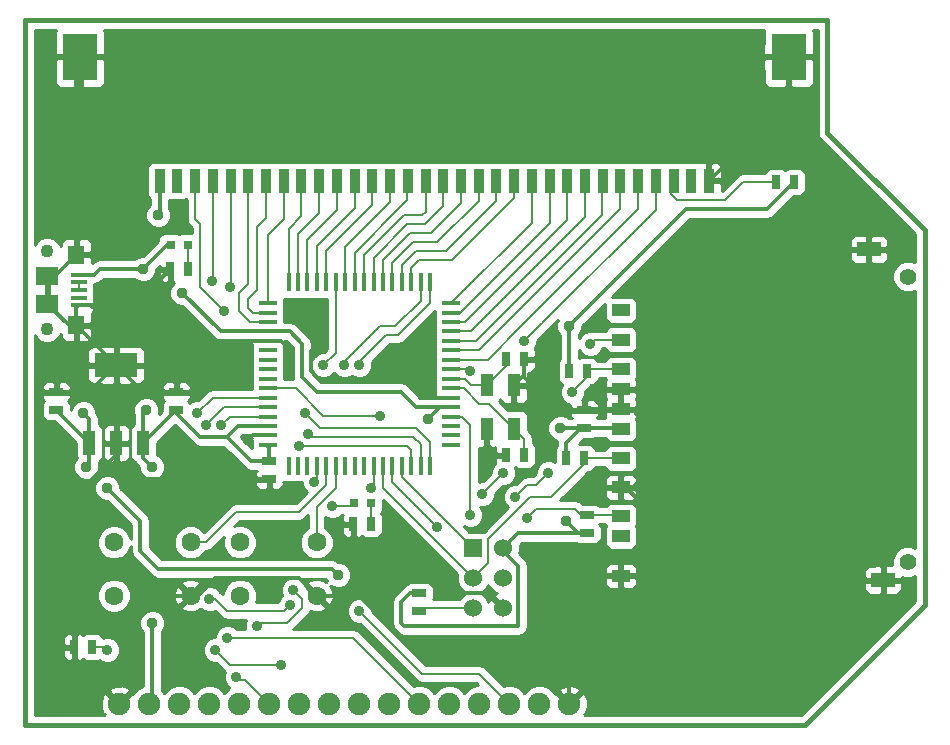
<source format=gtl>
G04 (created by PCBNEW-RS274X (2012-01-19 BZR 3256)-stable) date 6/8/2014 1:57:20 PM*
G01*
G70*
G90*
%MOIN*%
G04 Gerber Fmt 3.4, Leading zero omitted, Abs format*
%FSLAX34Y34*%
G04 APERTURE LIST*
%ADD10C,0.006000*%
%ADD11C,0.015000*%
%ADD12R,0.059100X0.039400*%
%ADD13C,0.055100*%
%ADD14R,0.078700X0.047200*%
%ADD15R,0.017700X0.059100*%
%ADD16R,0.059100X0.017700*%
%ADD17R,0.053100X0.015700*%
%ADD18R,0.055100X0.063000*%
%ADD19R,0.074800X0.063000*%
%ADD20C,0.043300*%
%ADD21R,0.144000X0.080000*%
%ADD22R,0.040000X0.080000*%
%ADD23C,0.074800*%
%ADD24R,0.037400X0.078700*%
%ADD25R,0.118100X0.157500*%
%ADD26R,0.043300X0.074800*%
%ADD27C,0.063000*%
%ADD28R,0.025000X0.045000*%
%ADD29R,0.045000X0.025000*%
%ADD30R,0.060000X0.060000*%
%ADD31C,0.060000*%
%ADD32R,0.031400X0.031400*%
%ADD33C,0.037400*%
%ADD34C,0.035000*%
%ADD35C,0.013400*%
%ADD36C,0.008000*%
%ADD37C,0.010000*%
G04 APERTURE END LIST*
G54D10*
G54D11*
X73750Y-58500D02*
X65000Y-58500D01*
X77750Y-54500D02*
X73750Y-58500D01*
X47750Y-35000D02*
X48250Y-35000D01*
X47750Y-56250D02*
X47750Y-35000D01*
X65000Y-58500D02*
X47750Y-58500D01*
X77750Y-42000D02*
X77750Y-54500D01*
X74500Y-38750D02*
X77750Y-42000D01*
X74500Y-35000D02*
X74500Y-38750D01*
X48250Y-35000D02*
X74500Y-35000D01*
X47750Y-58500D02*
X47750Y-56250D01*
G54D12*
X67617Y-47980D03*
X67617Y-48630D03*
X67617Y-47311D03*
X67617Y-46642D03*
X67617Y-45657D03*
X67617Y-44673D03*
X67617Y-49614D03*
X67617Y-50579D03*
X67617Y-51535D03*
X67617Y-52205D03*
G54D13*
X77183Y-43551D03*
X77183Y-53059D03*
G54D14*
X75884Y-42646D03*
X76357Y-53669D03*
G54D12*
X67617Y-53531D03*
G54D15*
X56538Y-49851D03*
X56853Y-49851D03*
X57168Y-49851D03*
X57483Y-49851D03*
X57798Y-49851D03*
X58113Y-49851D03*
X58428Y-49851D03*
X58743Y-49851D03*
X59057Y-49851D03*
X59372Y-49851D03*
X59687Y-49851D03*
X60002Y-49851D03*
X60317Y-49851D03*
X60632Y-49851D03*
X60947Y-49851D03*
X61262Y-49851D03*
X61262Y-43749D03*
X60947Y-43749D03*
X60632Y-43749D03*
X60317Y-43749D03*
X60002Y-43749D03*
X59687Y-43749D03*
X59372Y-43749D03*
X59057Y-43749D03*
X58743Y-43749D03*
X58428Y-43749D03*
X58113Y-43749D03*
X57798Y-43749D03*
X57483Y-43749D03*
X57168Y-43749D03*
X56853Y-43749D03*
X56538Y-43749D03*
G54D16*
X61951Y-49162D03*
X61951Y-48847D03*
X61951Y-48532D03*
X61951Y-48217D03*
X61951Y-47902D03*
X61951Y-47587D03*
X61951Y-47272D03*
X61951Y-46957D03*
X61951Y-46643D03*
X61951Y-46328D03*
X61951Y-46013D03*
X61951Y-45698D03*
X61951Y-45383D03*
X61951Y-45068D03*
X61951Y-44753D03*
X61951Y-44438D03*
X55849Y-44438D03*
X55849Y-44753D03*
X55849Y-45068D03*
X55849Y-45383D03*
X55849Y-45698D03*
X55849Y-46013D03*
X55849Y-46328D03*
X55849Y-46643D03*
X55849Y-46957D03*
X55849Y-47272D03*
X55849Y-47587D03*
X55849Y-47902D03*
X55849Y-48217D03*
X55849Y-48532D03*
X55849Y-48847D03*
X55849Y-49162D03*
G54D17*
X49553Y-43488D03*
X49553Y-43744D03*
X49553Y-44000D03*
X49553Y-44256D03*
X49553Y-44512D03*
G54D18*
X49465Y-45181D03*
X49465Y-42819D03*
G54D19*
X48500Y-44472D03*
X48500Y-43528D03*
G54D20*
X48500Y-45299D03*
X48500Y-42701D03*
G54D21*
X50800Y-46500D03*
G54D22*
X50800Y-49100D03*
X51700Y-49100D03*
X49900Y-49100D03*
G54D23*
X50900Y-57800D03*
X51900Y-57800D03*
X52900Y-57800D03*
X53900Y-57800D03*
X54900Y-57800D03*
X55900Y-57800D03*
X56900Y-57800D03*
X57900Y-57800D03*
X58900Y-57800D03*
X59900Y-57800D03*
X60900Y-57800D03*
X61900Y-57800D03*
X62900Y-57800D03*
X63900Y-57800D03*
X64900Y-57800D03*
X65900Y-57800D03*
G54D24*
X52246Y-40365D03*
X52837Y-40365D03*
X53428Y-40365D03*
X54018Y-40365D03*
X54609Y-40365D03*
X55199Y-40365D03*
X55790Y-40365D03*
X56380Y-40365D03*
X56971Y-40365D03*
X57561Y-40365D03*
X58152Y-40365D03*
X58743Y-40365D03*
X59333Y-40365D03*
X59924Y-40365D03*
X60514Y-40365D03*
X61105Y-40365D03*
X61695Y-40365D03*
X62286Y-40365D03*
X62876Y-40365D03*
X63467Y-40365D03*
X64057Y-40365D03*
X64648Y-40365D03*
X65239Y-40365D03*
X65829Y-40365D03*
X66420Y-40365D03*
X67010Y-40365D03*
X67601Y-40365D03*
X68191Y-40365D03*
X68782Y-40365D03*
X69372Y-40365D03*
X69963Y-40365D03*
X70554Y-40365D03*
G54D25*
X49589Y-36231D03*
X73211Y-36231D03*
G54D26*
X64053Y-48628D03*
X64053Y-47172D03*
X63147Y-47172D03*
X63147Y-48628D03*
G54D27*
X57480Y-54186D03*
X54920Y-54186D03*
X57480Y-52414D03*
X54920Y-52414D03*
X53280Y-54186D03*
X50720Y-54186D03*
X53280Y-52414D03*
X50720Y-52414D03*
G54D28*
X63800Y-49500D03*
X64400Y-49500D03*
X64400Y-46300D03*
X63800Y-46300D03*
G54D29*
X52800Y-48000D03*
X52800Y-47400D03*
X55900Y-49700D03*
X55900Y-50300D03*
X48800Y-48000D03*
X48800Y-47400D03*
X66400Y-48600D03*
X66400Y-48000D03*
X66500Y-52100D03*
X66500Y-51500D03*
G54D28*
X59300Y-51800D03*
X58700Y-51800D03*
X53200Y-43300D03*
X52600Y-43300D03*
X65800Y-49600D03*
X66400Y-49600D03*
X65900Y-46700D03*
X66500Y-46700D03*
X49400Y-55900D03*
X50000Y-55900D03*
G54D29*
X60900Y-54100D03*
X60900Y-54700D03*
G54D28*
X72800Y-40400D03*
X73400Y-40400D03*
G54D30*
X62700Y-52600D03*
G54D31*
X63700Y-52600D03*
X62700Y-53600D03*
X63700Y-53600D03*
X62700Y-54600D03*
X63700Y-54600D03*
G54D32*
X58705Y-51100D03*
X59295Y-51100D03*
X52605Y-42500D03*
X53195Y-42500D03*
G54D33*
X49700Y-48100D03*
X51700Y-43300D03*
X58200Y-53500D03*
X50500Y-50600D03*
X49800Y-49900D03*
G54D34*
X64400Y-45700D03*
X62600Y-46700D03*
X57100Y-48100D03*
X54600Y-43900D03*
X59300Y-50600D03*
X63000Y-50800D03*
X66600Y-45800D03*
X63700Y-50100D03*
X54500Y-55600D03*
X54300Y-48500D03*
X53800Y-48500D03*
X56300Y-56500D03*
X54100Y-56000D03*
X56600Y-54500D03*
X53900Y-54300D03*
X53500Y-48100D03*
X59600Y-48200D03*
X58900Y-54700D03*
X54800Y-56900D03*
X57700Y-46500D03*
X57400Y-50400D03*
X58000Y-51200D03*
X64500Y-51600D03*
X61500Y-51900D03*
X64100Y-50900D03*
X65200Y-50100D03*
X66000Y-47400D03*
X56900Y-49200D03*
X54000Y-43700D03*
X55500Y-55200D03*
X58900Y-46500D03*
X56700Y-54000D03*
X62600Y-51500D03*
X58400Y-46500D03*
X54400Y-44700D03*
X57200Y-48800D03*
G54D33*
X51800Y-48000D03*
X65900Y-45200D03*
X65800Y-51700D03*
X52000Y-49900D03*
X52000Y-55100D03*
X65600Y-48600D03*
X61200Y-48300D03*
X53000Y-44100D03*
X52200Y-41500D03*
X57400Y-46100D03*
X56600Y-46000D03*
X55200Y-49000D03*
X55300Y-50800D03*
X64600Y-47900D03*
X61200Y-47200D03*
G54D34*
X50500Y-56000D03*
G54D35*
X51600Y-52700D02*
X51600Y-51700D01*
X49900Y-48300D02*
X49900Y-49100D01*
X50062Y-43488D02*
X49553Y-43488D01*
X51700Y-43300D02*
X52500Y-42500D01*
X51700Y-43300D02*
X50250Y-43300D01*
X52500Y-42500D02*
X52605Y-42500D01*
X49700Y-48100D02*
X49900Y-48300D01*
X50250Y-43300D02*
X50062Y-43488D01*
X49900Y-49100D02*
X48800Y-48000D01*
X51600Y-51700D02*
X50500Y-50600D01*
X52400Y-53300D02*
X52200Y-53300D01*
X49900Y-49100D02*
X49900Y-49800D01*
X49800Y-49900D02*
X49900Y-49800D01*
X58000Y-53300D02*
X52400Y-53300D01*
X52200Y-53300D02*
X51600Y-52700D01*
X58200Y-53500D02*
X58000Y-53300D01*
G54D36*
X55849Y-45068D02*
X55268Y-45068D01*
X54900Y-44700D02*
X54900Y-44100D01*
X55199Y-43801D02*
X55199Y-40365D01*
X54900Y-44100D02*
X55199Y-43801D01*
X55268Y-45068D02*
X54900Y-44700D01*
X55500Y-41900D02*
X55790Y-41610D01*
X55200Y-44300D02*
X55500Y-44000D01*
X55849Y-44753D02*
X55353Y-44753D01*
X55790Y-41610D02*
X55790Y-40365D01*
X55200Y-44600D02*
X55200Y-44300D01*
X55500Y-44000D02*
X55500Y-41900D01*
X55353Y-44753D02*
X55200Y-44600D01*
X61000Y-41500D02*
X61105Y-41395D01*
X61105Y-41395D02*
X61105Y-40365D01*
X59057Y-43749D02*
X59057Y-42843D01*
X59057Y-42843D02*
X60400Y-41500D01*
X60400Y-41500D02*
X61000Y-41500D01*
X59372Y-42928D02*
X60500Y-41800D01*
X60500Y-41800D02*
X61100Y-41800D01*
X59372Y-43749D02*
X59372Y-42928D01*
X61100Y-41800D02*
X61695Y-41205D01*
X61695Y-41205D02*
X61695Y-40365D01*
X62286Y-41114D02*
X62286Y-40365D01*
X59687Y-43749D02*
X59687Y-43013D01*
X61300Y-42100D02*
X62286Y-41114D01*
X60600Y-42100D02*
X61300Y-42100D01*
X59687Y-43013D02*
X60600Y-42100D01*
X62876Y-41024D02*
X62876Y-40365D01*
X60002Y-43098D02*
X60700Y-42400D01*
X60700Y-42400D02*
X61500Y-42400D01*
X60002Y-43749D02*
X60002Y-43098D01*
X61500Y-42400D02*
X62876Y-41024D01*
X61800Y-42700D02*
X63467Y-41033D01*
X60800Y-42700D02*
X61800Y-42700D01*
X60317Y-43749D02*
X60317Y-43183D01*
X63467Y-40733D02*
X63467Y-40365D01*
X63467Y-41033D02*
X63467Y-40365D01*
X60317Y-43183D02*
X60800Y-42700D01*
X60632Y-43749D02*
X60632Y-43268D01*
X64057Y-40943D02*
X64057Y-40365D01*
X60632Y-43268D02*
X60900Y-43000D01*
X62000Y-43000D02*
X64057Y-40943D01*
X60900Y-43000D02*
X62000Y-43000D01*
X61951Y-44438D02*
X61962Y-44438D01*
X64648Y-41752D02*
X64648Y-40365D01*
X61962Y-44438D02*
X64648Y-41752D01*
X62247Y-44753D02*
X65239Y-41761D01*
X65239Y-41761D02*
X65239Y-40365D01*
X61951Y-44753D02*
X62247Y-44753D01*
X65829Y-41671D02*
X65829Y-40365D01*
X62432Y-45068D02*
X65829Y-41671D01*
X61951Y-45068D02*
X62432Y-45068D01*
X66420Y-41580D02*
X66420Y-40365D01*
X61951Y-45383D02*
X62617Y-45383D01*
X62617Y-45383D02*
X66420Y-41580D01*
X56380Y-41620D02*
X56380Y-40365D01*
X55849Y-44438D02*
X55849Y-42151D01*
X56489Y-40474D02*
X56380Y-40365D01*
X55849Y-42151D02*
X56380Y-41620D01*
X61951Y-45698D02*
X62798Y-45698D01*
X66996Y-41500D02*
X66996Y-40379D01*
X66996Y-40379D02*
X67010Y-40365D01*
X62798Y-45698D02*
X66996Y-41500D01*
X62887Y-46013D02*
X67601Y-41299D01*
X61951Y-46013D02*
X62887Y-46013D01*
X67601Y-41299D02*
X67601Y-40365D01*
X68191Y-41309D02*
X64300Y-45200D01*
X61951Y-46328D02*
X63172Y-46328D01*
X68191Y-41309D02*
X68191Y-40365D01*
X63172Y-46328D02*
X64300Y-45200D01*
X62543Y-46643D02*
X62600Y-46700D01*
X61951Y-46643D02*
X62543Y-46643D01*
X68782Y-41318D02*
X65000Y-45100D01*
X64400Y-45700D02*
X65000Y-45100D01*
X68782Y-41318D02*
X68782Y-40365D01*
X56971Y-41529D02*
X56971Y-40365D01*
X56538Y-41962D02*
X56971Y-41529D01*
X56538Y-43749D02*
X56538Y-41962D01*
X57561Y-41439D02*
X57561Y-40365D01*
X56853Y-42147D02*
X57561Y-41439D01*
X56853Y-43749D02*
X56853Y-42147D01*
X57521Y-40405D02*
X57561Y-40365D01*
X58152Y-41348D02*
X58152Y-40365D01*
X57168Y-42332D02*
X58152Y-41348D01*
X57168Y-43749D02*
X57168Y-42332D01*
X57483Y-43749D02*
X57483Y-42517D01*
X58743Y-41257D02*
X58743Y-40365D01*
X57483Y-42517D02*
X58743Y-41257D01*
X59333Y-41167D02*
X59333Y-40365D01*
X57798Y-42702D02*
X59333Y-41167D01*
X57798Y-43749D02*
X57798Y-42702D01*
X59924Y-41076D02*
X59924Y-40365D01*
X58428Y-42572D02*
X59924Y-41076D01*
X58428Y-43749D02*
X58428Y-42572D01*
X58743Y-42757D02*
X60300Y-41200D01*
X58743Y-43749D02*
X58743Y-42757D01*
X60500Y-40379D02*
X60514Y-40365D01*
X60300Y-41200D02*
X60500Y-41000D01*
X60500Y-41000D02*
X60500Y-40379D01*
X53786Y-52414D02*
X54500Y-51700D01*
X57798Y-50498D02*
X56896Y-51400D01*
X57798Y-49851D02*
X57798Y-50498D01*
X56896Y-51400D02*
X54800Y-51400D01*
X54800Y-51400D02*
X54500Y-51700D01*
X53786Y-52414D02*
X53280Y-52414D01*
X58113Y-49851D02*
X58113Y-50587D01*
X57480Y-51220D02*
X57480Y-52414D01*
X58113Y-50587D02*
X57480Y-51220D01*
X54600Y-43900D02*
X54609Y-43891D01*
X57600Y-48600D02*
X57100Y-48100D01*
X54609Y-43891D02*
X54609Y-40365D01*
X61262Y-49851D02*
X61262Y-49062D01*
X61262Y-49062D02*
X60800Y-48600D01*
X60800Y-48600D02*
X57600Y-48600D01*
X66600Y-45800D02*
X66743Y-45657D01*
X59372Y-49851D02*
X59372Y-50528D01*
X66743Y-45657D02*
X67617Y-45657D01*
X59372Y-50528D02*
X59300Y-50600D01*
X63700Y-50100D02*
X63000Y-50800D01*
X49553Y-44000D02*
X49553Y-43744D01*
X58700Y-55600D02*
X60900Y-57800D01*
X54583Y-48217D02*
X54300Y-48500D01*
X56500Y-55600D02*
X57200Y-55600D01*
X54500Y-55600D02*
X56500Y-55600D01*
X57200Y-55600D02*
X58700Y-55600D01*
X55849Y-48217D02*
X54583Y-48217D01*
X54100Y-56000D02*
X54600Y-56500D01*
X54600Y-56500D02*
X56300Y-56500D01*
X54398Y-47902D02*
X53800Y-48500D01*
X54398Y-47902D02*
X55849Y-47902D01*
X53900Y-54300D02*
X54100Y-54300D01*
X54500Y-54700D02*
X56400Y-54700D01*
X54013Y-47587D02*
X55849Y-47587D01*
X54100Y-54300D02*
X54500Y-54700D01*
X54013Y-47587D02*
X53500Y-48100D01*
X56400Y-54700D02*
X56600Y-54500D01*
X62900Y-56800D02*
X63900Y-57800D01*
X61000Y-56800D02*
X61400Y-56800D01*
X55849Y-47272D02*
X56772Y-47272D01*
X61400Y-56800D02*
X62900Y-56800D01*
X58900Y-54700D02*
X61000Y-56800D01*
X56772Y-47272D02*
X57700Y-48200D01*
X57700Y-48200D02*
X59600Y-48200D01*
X54800Y-56900D02*
X54900Y-57000D01*
X54900Y-57000D02*
X55100Y-57000D01*
X55100Y-57000D02*
X55900Y-57800D01*
X58113Y-43749D02*
X58113Y-46087D01*
X58113Y-46087D02*
X57700Y-46500D01*
X58000Y-51200D02*
X58605Y-51200D01*
X57483Y-49851D02*
X57483Y-50317D01*
X58605Y-51200D02*
X58705Y-51100D01*
X57483Y-50317D02*
X57400Y-50400D01*
X66100Y-51300D02*
X64800Y-51300D01*
X66300Y-51500D02*
X66100Y-51300D01*
X67582Y-51500D02*
X67617Y-51535D01*
X60317Y-50217D02*
X62700Y-52600D01*
X60317Y-49851D02*
X60317Y-50217D01*
X64800Y-51300D02*
X64500Y-51600D01*
X66500Y-51500D02*
X67582Y-51500D01*
X66500Y-51500D02*
X66300Y-51500D01*
X60002Y-50402D02*
X61500Y-51900D01*
X60002Y-49851D02*
X60002Y-50402D01*
X64500Y-50500D02*
X64100Y-50900D01*
X64800Y-50500D02*
X64500Y-50500D01*
X65200Y-50100D02*
X64800Y-50500D01*
X66500Y-46900D02*
X66000Y-47400D01*
X66500Y-46700D02*
X66500Y-46900D01*
X66558Y-46642D02*
X66500Y-46700D01*
X67617Y-46642D02*
X66558Y-46642D01*
X60632Y-49851D02*
X60632Y-49332D01*
X60632Y-49332D02*
X60500Y-49200D01*
X60500Y-49200D02*
X56900Y-49200D01*
X54000Y-43700D02*
X54018Y-43682D01*
X54018Y-43682D02*
X54018Y-40365D01*
X57000Y-54300D02*
X56700Y-54000D01*
X56500Y-55100D02*
X57000Y-54600D01*
X60200Y-45500D02*
X59800Y-45500D01*
X58900Y-46400D02*
X58900Y-46500D01*
X61262Y-43749D02*
X61262Y-44438D01*
X55600Y-55100D02*
X56500Y-55100D01*
X59800Y-45500D02*
X58900Y-46400D01*
X57000Y-54600D02*
X57000Y-54300D01*
X61262Y-44438D02*
X60200Y-45500D01*
X55500Y-55200D02*
X55600Y-55100D01*
X62700Y-54600D02*
X61000Y-54600D01*
X62317Y-48217D02*
X62600Y-48500D01*
X62600Y-48500D02*
X62600Y-51400D01*
X61000Y-54600D02*
X60900Y-54700D01*
X62600Y-51400D02*
X62600Y-51500D01*
X61951Y-48217D02*
X62317Y-48217D01*
X58400Y-46500D02*
X58400Y-46400D01*
X59600Y-45200D02*
X58400Y-46400D01*
X60947Y-43749D02*
X60947Y-44353D01*
X60100Y-45200D02*
X59600Y-45200D01*
X60947Y-44353D02*
X60100Y-45200D01*
X66400Y-49800D02*
X65500Y-50700D01*
X59687Y-49851D02*
X59687Y-50587D01*
X63200Y-53100D02*
X62700Y-53600D01*
X67617Y-49614D02*
X66414Y-49614D01*
X65500Y-50700D02*
X65300Y-50900D01*
X66400Y-49600D02*
X66400Y-49800D01*
X65300Y-50900D02*
X64600Y-50900D01*
X66414Y-49614D02*
X66400Y-49600D01*
X59687Y-50587D02*
X62700Y-53600D01*
X64600Y-50900D02*
X63200Y-52300D01*
X63200Y-52300D02*
X63200Y-53100D01*
X54400Y-44700D02*
X53600Y-43900D01*
X60700Y-48900D02*
X57300Y-48900D01*
X53428Y-41628D02*
X53428Y-40365D01*
X53600Y-43900D02*
X53600Y-41800D01*
X53600Y-41800D02*
X53428Y-41628D01*
X57300Y-48900D02*
X57200Y-48800D01*
X60947Y-49147D02*
X60700Y-48900D01*
X60947Y-49851D02*
X60947Y-49147D01*
G54D35*
X63700Y-52600D02*
X63700Y-52700D01*
X60300Y-54400D02*
X60600Y-54100D01*
X65900Y-45200D02*
X69800Y-41300D01*
X56583Y-45383D02*
X55849Y-45383D01*
X64200Y-52100D02*
X63700Y-52600D01*
X64900Y-52100D02*
X64200Y-52100D01*
X60600Y-54100D02*
X60900Y-54100D01*
X66500Y-52100D02*
X64900Y-52100D01*
X66400Y-48600D02*
X67587Y-48600D01*
X51700Y-49100D02*
X52800Y-48000D01*
X64200Y-53200D02*
X64200Y-55200D01*
X65900Y-46700D02*
X65900Y-45200D01*
X54500Y-48900D02*
X54868Y-48532D01*
X55811Y-49200D02*
X55849Y-49162D01*
X54800Y-49200D02*
X55300Y-49700D01*
X61951Y-47902D02*
X60802Y-47902D01*
X61598Y-47902D02*
X61200Y-48300D01*
X55900Y-49700D02*
X55900Y-49213D01*
X51700Y-49100D02*
X51700Y-48100D01*
X51700Y-48100D02*
X51800Y-48000D01*
X57500Y-47400D02*
X57000Y-46900D01*
X60300Y-47400D02*
X57500Y-47400D01*
X57000Y-46900D02*
X57000Y-45800D01*
X60802Y-47902D02*
X60300Y-47400D01*
X62300Y-55200D02*
X60400Y-55200D01*
X60300Y-55100D02*
X60300Y-54400D01*
X54500Y-48900D02*
X54800Y-49200D01*
X67587Y-48600D02*
X67617Y-48630D01*
X60400Y-55200D02*
X60300Y-55100D01*
X63700Y-52700D02*
X64200Y-53200D01*
X65600Y-48600D02*
X66400Y-48600D01*
X52800Y-48000D02*
X52800Y-48100D01*
X66200Y-52100D02*
X66500Y-52100D01*
X57000Y-45800D02*
X56583Y-45383D01*
X61951Y-47902D02*
X61598Y-47902D01*
X52000Y-55700D02*
X52000Y-55100D01*
X52000Y-55700D02*
X52000Y-57700D01*
X51700Y-49100D02*
X51700Y-49600D01*
X52246Y-40365D02*
X52246Y-41454D01*
X52000Y-49900D02*
X51700Y-49600D01*
X65800Y-51700D02*
X66200Y-52100D01*
X52000Y-57700D02*
X51900Y-57800D01*
X64200Y-55200D02*
X62300Y-55200D01*
X55900Y-49213D02*
X55849Y-49162D01*
X55300Y-49700D02*
X55900Y-49700D01*
X66400Y-48600D02*
X66300Y-48600D01*
X53600Y-48900D02*
X54500Y-48900D01*
X66300Y-48600D02*
X65800Y-49100D01*
X52800Y-48100D02*
X53600Y-48900D01*
X65800Y-49100D02*
X65800Y-49600D01*
X54868Y-48532D02*
X55849Y-48532D01*
X72500Y-41300D02*
X73400Y-40400D01*
X54283Y-45383D02*
X55849Y-45383D01*
X69800Y-41300D02*
X72500Y-41300D01*
X52200Y-41500D02*
X52246Y-41454D01*
X53000Y-44100D02*
X54283Y-45383D01*
X49400Y-55900D02*
X49400Y-56300D01*
X56298Y-45698D02*
X55849Y-45698D01*
X54100Y-53600D02*
X56800Y-53600D01*
X55849Y-48847D02*
X55353Y-48847D01*
X67779Y-50579D02*
X68500Y-51300D01*
X65100Y-55300D02*
X64700Y-55700D01*
X56600Y-46000D02*
X56298Y-45698D01*
X60400Y-55700D02*
X58600Y-53900D01*
X67617Y-50579D02*
X67779Y-50579D01*
X73900Y-39700D02*
X73211Y-39700D01*
X68800Y-49800D02*
X68800Y-48800D01*
X60500Y-47000D02*
X57600Y-47000D01*
X49465Y-44600D02*
X49553Y-44512D01*
X52600Y-43300D02*
X52050Y-43850D01*
X50784Y-46500D02*
X49465Y-45181D01*
X61400Y-47400D02*
X61200Y-47200D01*
X61500Y-53700D02*
X58700Y-53700D01*
X57300Y-46700D02*
X57300Y-46200D01*
X57300Y-46200D02*
X57400Y-46100D01*
X68021Y-50579D02*
X68800Y-49800D01*
X63200Y-54100D02*
X61900Y-54100D01*
X48756Y-43528D02*
X49465Y-42819D01*
X53280Y-54186D02*
X53514Y-54186D01*
X68500Y-51300D02*
X68500Y-53900D01*
X55900Y-50600D02*
X55900Y-50300D01*
X53514Y-54186D02*
X54100Y-53600D01*
X51312Y-44512D02*
X51400Y-44512D01*
X58700Y-53700D02*
X58214Y-54186D01*
X51700Y-47400D02*
X50800Y-46500D01*
X48500Y-43528D02*
X48756Y-43528D01*
X58700Y-51800D02*
X58700Y-53700D01*
X65900Y-55300D02*
X65100Y-55300D01*
X67100Y-55300D02*
X65900Y-55300D01*
X64400Y-46825D02*
X64053Y-47172D01*
X53280Y-54186D02*
X53280Y-54220D01*
X65401Y-48000D02*
X64700Y-48000D01*
X49465Y-42819D02*
X49465Y-36355D01*
X48800Y-47400D02*
X49900Y-47400D01*
X52800Y-47400D02*
X51700Y-47400D01*
X57600Y-47000D02*
X57300Y-46700D01*
X61900Y-54100D02*
X61500Y-53700D01*
X61087Y-47587D02*
X60500Y-47000D01*
X63700Y-54600D02*
X63200Y-54100D01*
X64400Y-46300D02*
X64400Y-46825D01*
X68500Y-53900D02*
X67100Y-55300D01*
X67617Y-47980D02*
X66420Y-47980D01*
X63147Y-49147D02*
X63147Y-48628D01*
X55700Y-50800D02*
X55900Y-50600D01*
X64700Y-55700D02*
X60400Y-55700D01*
X63800Y-49500D02*
X63500Y-49500D01*
X49400Y-52500D02*
X49400Y-51500D01*
X55300Y-50800D02*
X55700Y-50800D01*
X49400Y-53300D02*
X49400Y-52500D01*
X56894Y-53600D02*
X57480Y-54186D01*
X67617Y-47311D02*
X68189Y-47311D01*
X61400Y-47587D02*
X61087Y-47587D01*
X49209Y-45181D02*
X48500Y-44472D01*
X53280Y-54186D02*
X51886Y-54186D01*
X70300Y-41900D02*
X73100Y-41900D01*
X52050Y-43850D02*
X51400Y-44500D01*
X50800Y-49500D02*
X50800Y-49100D01*
X51000Y-53300D02*
X49400Y-53300D01*
X68189Y-47311D02*
X69000Y-46500D01*
X50800Y-46500D02*
X50800Y-49100D01*
X65500Y-48000D02*
X65401Y-48000D01*
X61951Y-47587D02*
X61400Y-47587D01*
X69000Y-43200D02*
X70300Y-41900D01*
X55849Y-45698D02*
X53898Y-45698D01*
X73211Y-39700D02*
X71219Y-39700D01*
X61400Y-47587D02*
X61400Y-47400D01*
X74100Y-39900D02*
X73900Y-39700D01*
X51400Y-44512D02*
X51400Y-44500D01*
X64600Y-47900D02*
X64600Y-47100D01*
X49400Y-51500D02*
X49400Y-50900D01*
X73100Y-41900D02*
X74100Y-40900D01*
X64700Y-48000D02*
X64600Y-47900D01*
X66400Y-48000D02*
X65500Y-48000D01*
X64400Y-46900D02*
X64400Y-46825D01*
X49400Y-56300D02*
X50900Y-57800D01*
X55353Y-48847D02*
X55200Y-49000D01*
X56800Y-53600D02*
X56894Y-53600D01*
X51886Y-54186D02*
X51000Y-53300D01*
X55900Y-50300D02*
X51200Y-50300D01*
X49400Y-50900D02*
X50800Y-49500D01*
X49400Y-55900D02*
X49400Y-53300D01*
X49465Y-45181D02*
X49465Y-44600D01*
X71219Y-39700D02*
X70554Y-40365D01*
X68800Y-48800D02*
X67980Y-47980D01*
X49589Y-36231D02*
X73211Y-36231D01*
X66420Y-47980D02*
X66400Y-48000D01*
X49553Y-44512D02*
X51312Y-44512D01*
X49465Y-45181D02*
X49209Y-45181D01*
X64600Y-47100D02*
X64400Y-46900D01*
X65900Y-57800D02*
X65900Y-55300D01*
X50800Y-49900D02*
X50800Y-49100D01*
X73211Y-36231D02*
X73211Y-39700D01*
X50800Y-46500D02*
X50784Y-46500D01*
X48500Y-44472D02*
X48500Y-43528D01*
X67617Y-50579D02*
X68021Y-50579D01*
X53898Y-45698D02*
X52050Y-43850D01*
X51200Y-50300D02*
X50800Y-49900D01*
X67980Y-47980D02*
X67617Y-47980D01*
X74100Y-40900D02*
X74100Y-39900D01*
X67617Y-47980D02*
X67617Y-47311D01*
X49465Y-36355D02*
X49589Y-36231D01*
X63500Y-49500D02*
X63147Y-49147D01*
X58214Y-54186D02*
X57480Y-54186D01*
X49900Y-47400D02*
X50800Y-46500D01*
X69000Y-46500D02*
X69000Y-43200D01*
G54D36*
X50000Y-55900D02*
X50400Y-55900D01*
X50400Y-55900D02*
X50500Y-56000D01*
X69500Y-41000D02*
X69300Y-40800D01*
X72800Y-40400D02*
X71700Y-40400D01*
X69300Y-40437D02*
X69372Y-40365D01*
X69300Y-40800D02*
X69300Y-40437D01*
X71100Y-41000D02*
X69500Y-41000D01*
X71700Y-40400D02*
X71100Y-41000D01*
X63800Y-46519D02*
X63147Y-47172D01*
X63800Y-46300D02*
X63800Y-46519D01*
X62628Y-47172D02*
X62413Y-46957D01*
X63147Y-47172D02*
X62628Y-47172D01*
X62413Y-46957D02*
X61951Y-46957D01*
X62372Y-47272D02*
X62900Y-47800D01*
X63225Y-47800D02*
X64053Y-48628D01*
X64400Y-48975D02*
X64053Y-48628D01*
X61951Y-47272D02*
X62372Y-47272D01*
X62900Y-47800D02*
X63225Y-47800D01*
X64400Y-49500D02*
X64400Y-48975D01*
X53200Y-43300D02*
X53200Y-42505D01*
X53200Y-42505D02*
X53195Y-42500D01*
X59300Y-51800D02*
X59300Y-51105D01*
X59300Y-51105D02*
X59295Y-51100D01*
G54D10*
G36*
X48550Y-44522D02*
X48450Y-44522D01*
X48450Y-44422D01*
X48450Y-44372D01*
X48450Y-44031D01*
X48450Y-43969D01*
X48450Y-43628D01*
X48450Y-43578D01*
X48450Y-43478D01*
X48550Y-43478D01*
X48550Y-43578D01*
X48550Y-43628D01*
X48550Y-43969D01*
X48550Y-44031D01*
X48550Y-44372D01*
X48550Y-44422D01*
X48550Y-44522D01*
X48550Y-44522D01*
G37*
G54D37*
X48550Y-44522D02*
X48450Y-44522D01*
X48450Y-44422D01*
X48450Y-44372D01*
X48450Y-44031D01*
X48450Y-43969D01*
X48450Y-43628D01*
X48450Y-43578D01*
X48450Y-43478D01*
X48550Y-43478D01*
X48550Y-43578D01*
X48550Y-43628D01*
X48550Y-43969D01*
X48550Y-44031D01*
X48550Y-44372D01*
X48550Y-44422D01*
X48550Y-44522D01*
G54D10*
G36*
X55313Y-49004D02*
X55305Y-49024D01*
X55305Y-49123D01*
X55305Y-49257D01*
X55024Y-48976D01*
X54948Y-48900D01*
X54999Y-48849D01*
X55304Y-48849D01*
X55304Y-48947D01*
X55310Y-48947D01*
X55304Y-48953D01*
X55305Y-48984D01*
X55313Y-49004D01*
X55313Y-49004D01*
G37*
G54D37*
X55313Y-49004D02*
X55305Y-49024D01*
X55305Y-49123D01*
X55305Y-49257D01*
X55024Y-48976D01*
X54948Y-48900D01*
X54999Y-48849D01*
X55304Y-48849D01*
X55304Y-48947D01*
X55310Y-48947D01*
X55304Y-48953D01*
X55305Y-48984D01*
X55313Y-49004D01*
G54D10*
G36*
X56699Y-46982D02*
X56393Y-46982D01*
X56393Y-46820D01*
X56384Y-46800D01*
X56393Y-46781D01*
X56393Y-46682D01*
X56393Y-46506D01*
X56384Y-46485D01*
X56393Y-46466D01*
X56393Y-46367D01*
X56393Y-46191D01*
X56384Y-46170D01*
X56393Y-46151D01*
X56393Y-46052D01*
X56393Y-45876D01*
X56384Y-45855D01*
X56393Y-45835D01*
X56394Y-45804D01*
X56388Y-45798D01*
X56394Y-45798D01*
X56394Y-45700D01*
X56451Y-45700D01*
X56683Y-45931D01*
X56683Y-46900D01*
X56699Y-46982D01*
X56699Y-46982D01*
G37*
G54D37*
X56699Y-46982D02*
X56393Y-46982D01*
X56393Y-46820D01*
X56384Y-46800D01*
X56393Y-46781D01*
X56393Y-46682D01*
X56393Y-46506D01*
X56384Y-46485D01*
X56393Y-46466D01*
X56393Y-46367D01*
X56393Y-46191D01*
X56384Y-46170D01*
X56393Y-46151D01*
X56393Y-46052D01*
X56393Y-45876D01*
X56384Y-45855D01*
X56393Y-45835D01*
X56394Y-45804D01*
X56388Y-45798D01*
X56394Y-45798D01*
X56394Y-45700D01*
X56451Y-45700D01*
X56683Y-45931D01*
X56683Y-46900D01*
X56699Y-46982D01*
G54D10*
G36*
X57823Y-45967D02*
X57715Y-46075D01*
X57616Y-46075D01*
X57460Y-46139D01*
X57340Y-46259D01*
X57317Y-46314D01*
X57317Y-45800D01*
X57316Y-45799D01*
X57293Y-45679D01*
X57292Y-45678D01*
X57269Y-45644D01*
X57224Y-45576D01*
X57224Y-45575D01*
X56807Y-45159D01*
X56705Y-45090D01*
X56583Y-45066D01*
X56393Y-45066D01*
X56393Y-44931D01*
X56384Y-44910D01*
X56393Y-44891D01*
X56393Y-44792D01*
X56393Y-44616D01*
X56384Y-44595D01*
X56393Y-44576D01*
X56393Y-44477D01*
X56393Y-44301D01*
X56387Y-44287D01*
X56400Y-44293D01*
X56499Y-44293D01*
X56675Y-44293D01*
X56695Y-44284D01*
X56715Y-44293D01*
X56814Y-44293D01*
X56990Y-44293D01*
X57010Y-44284D01*
X57030Y-44293D01*
X57129Y-44293D01*
X57305Y-44293D01*
X57325Y-44284D01*
X57345Y-44293D01*
X57444Y-44293D01*
X57620Y-44293D01*
X57640Y-44284D01*
X57660Y-44293D01*
X57759Y-44293D01*
X57823Y-44293D01*
X57823Y-45967D01*
X57823Y-45967D01*
G37*
G54D37*
X57823Y-45967D02*
X57715Y-46075D01*
X57616Y-46075D01*
X57460Y-46139D01*
X57340Y-46259D01*
X57317Y-46314D01*
X57317Y-45800D01*
X57316Y-45799D01*
X57293Y-45679D01*
X57292Y-45678D01*
X57269Y-45644D01*
X57224Y-45576D01*
X57224Y-45575D01*
X56807Y-45159D01*
X56705Y-45090D01*
X56583Y-45066D01*
X56393Y-45066D01*
X56393Y-44931D01*
X56384Y-44910D01*
X56393Y-44891D01*
X56393Y-44792D01*
X56393Y-44616D01*
X56384Y-44595D01*
X56393Y-44576D01*
X56393Y-44477D01*
X56393Y-44301D01*
X56387Y-44287D01*
X56400Y-44293D01*
X56499Y-44293D01*
X56675Y-44293D01*
X56695Y-44284D01*
X56715Y-44293D01*
X56814Y-44293D01*
X56990Y-44293D01*
X57010Y-44284D01*
X57030Y-44293D01*
X57129Y-44293D01*
X57305Y-44293D01*
X57325Y-44284D01*
X57345Y-44293D01*
X57444Y-44293D01*
X57620Y-44293D01*
X57640Y-44284D01*
X57660Y-44293D01*
X57759Y-44293D01*
X57823Y-44293D01*
X57823Y-45967D01*
G54D10*
G36*
X61415Y-47429D02*
X61407Y-47450D01*
X61406Y-47481D01*
X61412Y-47487D01*
X61406Y-47487D01*
X61406Y-47585D01*
X60933Y-47585D01*
X60524Y-47176D01*
X60422Y-47107D01*
X60300Y-47083D01*
X57631Y-47083D01*
X57317Y-46769D01*
X57317Y-46686D01*
X57339Y-46740D01*
X57459Y-46860D01*
X57615Y-46925D01*
X57784Y-46925D01*
X57940Y-46861D01*
X58050Y-46751D01*
X58159Y-46860D01*
X58315Y-46925D01*
X58484Y-46925D01*
X58640Y-46861D01*
X58650Y-46851D01*
X58659Y-46860D01*
X58815Y-46925D01*
X58984Y-46925D01*
X59140Y-46861D01*
X59260Y-46741D01*
X59325Y-46585D01*
X59325Y-46416D01*
X59316Y-46394D01*
X59920Y-45790D01*
X60200Y-45790D01*
X60311Y-45768D01*
X60405Y-45705D01*
X61407Y-44703D01*
X61407Y-44714D01*
X61407Y-44890D01*
X61415Y-44910D01*
X61407Y-44930D01*
X61407Y-45029D01*
X61407Y-45205D01*
X61415Y-45225D01*
X61407Y-45245D01*
X61407Y-45344D01*
X61407Y-45520D01*
X61415Y-45540D01*
X61407Y-45560D01*
X61407Y-45659D01*
X61407Y-45835D01*
X61415Y-45855D01*
X61407Y-45875D01*
X61407Y-45974D01*
X61407Y-46150D01*
X61415Y-46170D01*
X61407Y-46190D01*
X61407Y-46289D01*
X61407Y-46465D01*
X61415Y-46485D01*
X61407Y-46505D01*
X61407Y-46604D01*
X61407Y-46780D01*
X61415Y-46799D01*
X61407Y-46819D01*
X61407Y-46918D01*
X61407Y-47094D01*
X61415Y-47114D01*
X61407Y-47134D01*
X61407Y-47233D01*
X61407Y-47409D01*
X61415Y-47429D01*
X61415Y-47429D01*
G37*
G54D37*
X61415Y-47429D02*
X61407Y-47450D01*
X61406Y-47481D01*
X61412Y-47487D01*
X61406Y-47487D01*
X61406Y-47585D01*
X60933Y-47585D01*
X60524Y-47176D01*
X60422Y-47107D01*
X60300Y-47083D01*
X57631Y-47083D01*
X57317Y-46769D01*
X57317Y-46686D01*
X57339Y-46740D01*
X57459Y-46860D01*
X57615Y-46925D01*
X57784Y-46925D01*
X57940Y-46861D01*
X58050Y-46751D01*
X58159Y-46860D01*
X58315Y-46925D01*
X58484Y-46925D01*
X58640Y-46861D01*
X58650Y-46851D01*
X58659Y-46860D01*
X58815Y-46925D01*
X58984Y-46925D01*
X59140Y-46861D01*
X59260Y-46741D01*
X59325Y-46585D01*
X59325Y-46416D01*
X59316Y-46394D01*
X59920Y-45790D01*
X60200Y-45790D01*
X60311Y-45768D01*
X60405Y-45705D01*
X61407Y-44703D01*
X61407Y-44714D01*
X61407Y-44890D01*
X61415Y-44910D01*
X61407Y-44930D01*
X61407Y-45029D01*
X61407Y-45205D01*
X61415Y-45225D01*
X61407Y-45245D01*
X61407Y-45344D01*
X61407Y-45520D01*
X61415Y-45540D01*
X61407Y-45560D01*
X61407Y-45659D01*
X61407Y-45835D01*
X61415Y-45855D01*
X61407Y-45875D01*
X61407Y-45974D01*
X61407Y-46150D01*
X61415Y-46170D01*
X61407Y-46190D01*
X61407Y-46289D01*
X61407Y-46465D01*
X61415Y-46485D01*
X61407Y-46505D01*
X61407Y-46604D01*
X61407Y-46780D01*
X61415Y-46799D01*
X61407Y-46819D01*
X61407Y-46918D01*
X61407Y-47094D01*
X61415Y-47114D01*
X61407Y-47134D01*
X61407Y-47233D01*
X61407Y-47409D01*
X61415Y-47429D01*
G54D10*
G36*
X63771Y-54600D02*
X63700Y-54671D01*
X63629Y-54600D01*
X63594Y-54565D01*
X63322Y-54292D01*
X63228Y-54319D01*
X63204Y-54384D01*
X63165Y-54289D01*
X63011Y-54135D01*
X62926Y-54100D01*
X63011Y-54065D01*
X63165Y-53911D01*
X63200Y-53826D01*
X63235Y-53911D01*
X63389Y-54065D01*
X63480Y-54102D01*
X63419Y-54128D01*
X63392Y-54222D01*
X63665Y-54494D01*
X63700Y-54529D01*
X63771Y-54600D01*
X63771Y-54600D01*
G37*
G54D37*
X63771Y-54600D02*
X63700Y-54671D01*
X63629Y-54600D01*
X63594Y-54565D01*
X63322Y-54292D01*
X63228Y-54319D01*
X63204Y-54384D01*
X63165Y-54289D01*
X63011Y-54135D01*
X62926Y-54100D01*
X63011Y-54065D01*
X63165Y-53911D01*
X63200Y-53826D01*
X63235Y-53911D01*
X63389Y-54065D01*
X63480Y-54102D01*
X63419Y-54128D01*
X63392Y-54222D01*
X63665Y-54494D01*
X63700Y-54529D01*
X63771Y-54600D01*
G54D10*
G36*
X63850Y-49550D02*
X63750Y-49550D01*
X63700Y-49550D01*
X63487Y-49550D01*
X63425Y-49612D01*
X63426Y-49676D01*
X63426Y-49773D01*
X63340Y-49859D01*
X63275Y-50015D01*
X63275Y-50115D01*
X63015Y-50375D01*
X62916Y-50375D01*
X62890Y-50385D01*
X62890Y-49251D01*
X62980Y-49251D01*
X63035Y-49252D01*
X63097Y-49190D01*
X63097Y-48728D01*
X63097Y-48678D01*
X63097Y-48578D01*
X63197Y-48578D01*
X63197Y-48678D01*
X63197Y-48728D01*
X63197Y-49190D01*
X63259Y-49252D01*
X63314Y-49251D01*
X63413Y-49251D01*
X63426Y-49245D01*
X63426Y-49324D01*
X63425Y-49388D01*
X63487Y-49450D01*
X63700Y-49450D01*
X63750Y-49450D01*
X63850Y-49450D01*
X63850Y-49550D01*
X63850Y-49550D01*
G37*
G54D37*
X63850Y-49550D02*
X63750Y-49550D01*
X63700Y-49550D01*
X63487Y-49550D01*
X63425Y-49612D01*
X63426Y-49676D01*
X63426Y-49773D01*
X63340Y-49859D01*
X63275Y-50015D01*
X63275Y-50115D01*
X63015Y-50375D01*
X62916Y-50375D01*
X62890Y-50385D01*
X62890Y-49251D01*
X62980Y-49251D01*
X63035Y-49252D01*
X63097Y-49190D01*
X63097Y-48728D01*
X63097Y-48678D01*
X63097Y-48578D01*
X63197Y-48578D01*
X63197Y-48678D01*
X63197Y-48728D01*
X63197Y-49190D01*
X63259Y-49252D01*
X63314Y-49251D01*
X63413Y-49251D01*
X63426Y-49245D01*
X63426Y-49324D01*
X63425Y-49388D01*
X63487Y-49450D01*
X63700Y-49450D01*
X63750Y-49450D01*
X63850Y-49450D01*
X63850Y-49550D01*
G54D10*
G36*
X77425Y-54365D02*
X77000Y-54790D01*
X77000Y-53781D01*
X76938Y-53719D01*
X76407Y-53719D01*
X76407Y-54093D01*
X76469Y-54155D01*
X76799Y-54154D01*
X76891Y-54116D01*
X76961Y-54046D01*
X76999Y-53955D01*
X76999Y-53856D01*
X77000Y-53781D01*
X77000Y-54790D01*
X76307Y-55483D01*
X76307Y-54093D01*
X76307Y-53719D01*
X76307Y-53619D01*
X76307Y-53245D01*
X76245Y-53183D01*
X75915Y-53184D01*
X75834Y-53217D01*
X75834Y-43070D01*
X75834Y-42696D01*
X75834Y-42596D01*
X75834Y-42222D01*
X75772Y-42160D01*
X75442Y-42161D01*
X75350Y-42199D01*
X75280Y-42269D01*
X75242Y-42360D01*
X75242Y-42459D01*
X75241Y-42534D01*
X75303Y-42596D01*
X75834Y-42596D01*
X75834Y-42696D01*
X75303Y-42696D01*
X75241Y-42758D01*
X75242Y-42833D01*
X75242Y-42932D01*
X75280Y-43023D01*
X75350Y-43093D01*
X75442Y-43131D01*
X75772Y-43132D01*
X75834Y-43070D01*
X75834Y-53217D01*
X75823Y-53222D01*
X75753Y-53292D01*
X75715Y-53383D01*
X75715Y-53482D01*
X75714Y-53557D01*
X75776Y-53619D01*
X76307Y-53619D01*
X76307Y-53719D01*
X75776Y-53719D01*
X75714Y-53781D01*
X75715Y-53856D01*
X75715Y-53955D01*
X75753Y-54046D01*
X75823Y-54116D01*
X75915Y-54154D01*
X76245Y-54155D01*
X76307Y-54093D01*
X76307Y-55483D01*
X74051Y-57739D01*
X74051Y-36343D01*
X73989Y-36281D01*
X73261Y-36281D01*
X73261Y-37206D01*
X73323Y-37268D01*
X73850Y-37267D01*
X73942Y-37229D01*
X74012Y-37159D01*
X74050Y-37068D01*
X74050Y-36969D01*
X74051Y-36343D01*
X74051Y-57739D01*
X73615Y-58175D01*
X68162Y-58175D01*
X68162Y-53643D01*
X68162Y-53419D01*
X68162Y-50691D01*
X68162Y-50467D01*
X68161Y-50431D01*
X68161Y-50332D01*
X68123Y-50241D01*
X68053Y-50171D01*
X67961Y-50133D01*
X67729Y-50132D01*
X67667Y-50194D01*
X67667Y-50529D01*
X68100Y-50529D01*
X68162Y-50467D01*
X68162Y-50691D01*
X68100Y-50629D01*
X67667Y-50629D01*
X67667Y-50964D01*
X67729Y-51026D01*
X67961Y-51025D01*
X68053Y-50987D01*
X68123Y-50917D01*
X68161Y-50826D01*
X68161Y-50727D01*
X68162Y-50691D01*
X68162Y-53419D01*
X68161Y-53383D01*
X68161Y-53284D01*
X68123Y-53193D01*
X68053Y-53123D01*
X67961Y-53085D01*
X67729Y-53084D01*
X67667Y-53146D01*
X67667Y-53481D01*
X68100Y-53481D01*
X68162Y-53419D01*
X68162Y-53643D01*
X68100Y-53581D01*
X67667Y-53581D01*
X67667Y-53916D01*
X67729Y-53978D01*
X67961Y-53977D01*
X68053Y-53939D01*
X68123Y-53869D01*
X68161Y-53778D01*
X68161Y-53679D01*
X68162Y-53643D01*
X68162Y-58175D01*
X67567Y-58175D01*
X67567Y-53916D01*
X67567Y-53581D01*
X67567Y-53481D01*
X67567Y-53146D01*
X67505Y-53084D01*
X67273Y-53085D01*
X67181Y-53123D01*
X67111Y-53193D01*
X67073Y-53284D01*
X67073Y-53383D01*
X67072Y-53419D01*
X67134Y-53481D01*
X67567Y-53481D01*
X67567Y-53581D01*
X67134Y-53581D01*
X67072Y-53643D01*
X67073Y-53679D01*
X67073Y-53778D01*
X67111Y-53869D01*
X67181Y-53939D01*
X67273Y-53977D01*
X67505Y-53978D01*
X67567Y-53916D01*
X67567Y-58175D01*
X66517Y-58175D01*
X66416Y-58175D01*
X66383Y-58141D01*
X66432Y-58125D01*
X66517Y-57896D01*
X66507Y-57653D01*
X66432Y-57475D01*
X66331Y-57440D01*
X66260Y-57511D01*
X66260Y-57369D01*
X66225Y-57268D01*
X65996Y-57183D01*
X65753Y-57193D01*
X65575Y-57268D01*
X65540Y-57369D01*
X65900Y-57729D01*
X66260Y-57369D01*
X66260Y-57511D01*
X66006Y-57765D01*
X65971Y-57800D01*
X65900Y-57871D01*
X65829Y-57800D01*
X65794Y-57765D01*
X65469Y-57440D01*
X65431Y-57452D01*
X65429Y-57447D01*
X65254Y-57271D01*
X65024Y-57176D01*
X64776Y-57176D01*
X64547Y-57271D01*
X64399Y-57417D01*
X64254Y-57271D01*
X64024Y-57176D01*
X63776Y-57176D01*
X63712Y-57202D01*
X63105Y-56595D01*
X63011Y-56532D01*
X62900Y-56510D01*
X61400Y-56510D01*
X61120Y-56510D01*
X59325Y-54715D01*
X59325Y-54616D01*
X59261Y-54460D01*
X59141Y-54340D01*
X58985Y-54275D01*
X58816Y-54275D01*
X58660Y-54339D01*
X58650Y-54349D01*
X58650Y-52213D01*
X58650Y-51850D01*
X58387Y-51850D01*
X58325Y-51912D01*
X58326Y-51976D01*
X58326Y-52075D01*
X58364Y-52166D01*
X58434Y-52236D01*
X58526Y-52274D01*
X58588Y-52275D01*
X58650Y-52213D01*
X58650Y-54349D01*
X58540Y-54459D01*
X58475Y-54615D01*
X58475Y-54784D01*
X58539Y-54940D01*
X58659Y-55060D01*
X58815Y-55125D01*
X58915Y-55125D01*
X60794Y-57004D01*
X60795Y-57005D01*
X60888Y-57067D01*
X60889Y-57068D01*
X60999Y-57089D01*
X61000Y-57090D01*
X61400Y-57090D01*
X62780Y-57090D01*
X62866Y-57176D01*
X62776Y-57176D01*
X62547Y-57271D01*
X62399Y-57417D01*
X62254Y-57271D01*
X62024Y-57176D01*
X61776Y-57176D01*
X61547Y-57271D01*
X61399Y-57417D01*
X61254Y-57271D01*
X61024Y-57176D01*
X60776Y-57176D01*
X60712Y-57202D01*
X58905Y-55395D01*
X58811Y-55332D01*
X58700Y-55310D01*
X58038Y-55310D01*
X57200Y-55310D01*
X56697Y-55310D01*
X56705Y-55305D01*
X57205Y-54805D01*
X57268Y-54711D01*
X57270Y-54698D01*
X57397Y-54744D01*
X57617Y-54733D01*
X57770Y-54670D01*
X57798Y-54575D01*
X57515Y-54292D01*
X57480Y-54257D01*
X57409Y-54186D01*
X57374Y-54151D01*
X57115Y-53892D01*
X57061Y-53760D01*
X56941Y-53640D01*
X56885Y-53617D01*
X57775Y-53617D01*
X57814Y-53710D01*
X57782Y-53742D01*
X57770Y-53702D01*
X57563Y-53628D01*
X57343Y-53639D01*
X57190Y-53702D01*
X57162Y-53797D01*
X57445Y-54080D01*
X57480Y-54115D01*
X57551Y-54186D01*
X57586Y-54221D01*
X57869Y-54504D01*
X57964Y-54476D01*
X58038Y-54269D01*
X58027Y-54049D01*
X57964Y-53896D01*
X57923Y-53883D01*
X57944Y-53862D01*
X57952Y-53870D01*
X58112Y-53937D01*
X58286Y-53937D01*
X58447Y-53871D01*
X58570Y-53748D01*
X58637Y-53588D01*
X58637Y-53414D01*
X58571Y-53253D01*
X58448Y-53130D01*
X58288Y-53063D01*
X58204Y-53063D01*
X58122Y-53007D01*
X58000Y-52983D01*
X52400Y-52983D01*
X52331Y-52983D01*
X51917Y-52568D01*
X51917Y-51700D01*
X51893Y-51579D01*
X51892Y-51578D01*
X51869Y-51544D01*
X51824Y-51476D01*
X51824Y-51475D01*
X51250Y-50901D01*
X51250Y-49212D01*
X51250Y-48988D01*
X51249Y-48749D01*
X51249Y-48650D01*
X51211Y-48559D01*
X51141Y-48489D01*
X51049Y-48451D01*
X50912Y-48450D01*
X50850Y-48512D01*
X50850Y-49050D01*
X51188Y-49050D01*
X51250Y-48988D01*
X51250Y-49212D01*
X51188Y-49150D01*
X50850Y-49150D01*
X50850Y-49688D01*
X50912Y-49750D01*
X51049Y-49749D01*
X51141Y-49711D01*
X51211Y-49641D01*
X51249Y-49550D01*
X51249Y-49451D01*
X51250Y-49212D01*
X51250Y-50901D01*
X50937Y-50588D01*
X50937Y-50514D01*
X50871Y-50353D01*
X50750Y-50232D01*
X50750Y-49688D01*
X50750Y-49150D01*
X50750Y-49050D01*
X50750Y-48512D01*
X50750Y-47088D01*
X50750Y-46550D01*
X50750Y-46450D01*
X50750Y-45912D01*
X50688Y-45850D01*
X50031Y-45851D01*
X49990Y-45867D01*
X49990Y-45293D01*
X49928Y-45231D01*
X49515Y-45231D01*
X49515Y-45684D01*
X49577Y-45746D01*
X49691Y-45745D01*
X49790Y-45745D01*
X49881Y-45707D01*
X49951Y-45637D01*
X49989Y-45545D01*
X49990Y-45293D01*
X49990Y-45867D01*
X49939Y-45889D01*
X49869Y-45959D01*
X49831Y-46050D01*
X49831Y-46149D01*
X49830Y-46388D01*
X49892Y-46450D01*
X50750Y-46450D01*
X50750Y-46550D01*
X49892Y-46550D01*
X49830Y-46612D01*
X49831Y-46851D01*
X49831Y-46950D01*
X49869Y-47041D01*
X49939Y-47111D01*
X50031Y-47149D01*
X50688Y-47150D01*
X50750Y-47088D01*
X50750Y-48512D01*
X50688Y-48450D01*
X50551Y-48451D01*
X50459Y-48489D01*
X50389Y-48559D01*
X50351Y-48650D01*
X50351Y-48749D01*
X50350Y-48988D01*
X50412Y-49050D01*
X50750Y-49050D01*
X50750Y-49150D01*
X50412Y-49150D01*
X50350Y-49212D01*
X50351Y-49451D01*
X50351Y-49550D01*
X50389Y-49641D01*
X50459Y-49711D01*
X50551Y-49749D01*
X50688Y-49750D01*
X50750Y-49688D01*
X50750Y-50232D01*
X50748Y-50230D01*
X50588Y-50163D01*
X50414Y-50163D01*
X50349Y-50189D01*
X50349Y-49550D01*
X50349Y-49451D01*
X50349Y-48651D01*
X50311Y-48559D01*
X50241Y-48489D01*
X50217Y-48478D01*
X50217Y-48300D01*
X50216Y-48299D01*
X50193Y-48179D01*
X50192Y-48178D01*
X50169Y-48144D01*
X50137Y-48095D01*
X50137Y-48094D01*
X50137Y-48014D01*
X50071Y-47853D01*
X49948Y-47730D01*
X49788Y-47663D01*
X49614Y-47663D01*
X49453Y-47729D01*
X49330Y-47852D01*
X49274Y-47985D01*
X49274Y-47826D01*
X49236Y-47734D01*
X49202Y-47700D01*
X49236Y-47666D01*
X49274Y-47574D01*
X49275Y-47512D01*
X49275Y-47288D01*
X49274Y-47226D01*
X49236Y-47134D01*
X49166Y-47064D01*
X49075Y-47026D01*
X48976Y-47026D01*
X48912Y-47025D01*
X48850Y-47087D01*
X48850Y-47350D01*
X49213Y-47350D01*
X49275Y-47288D01*
X49275Y-47512D01*
X49213Y-47450D01*
X48900Y-47450D01*
X48850Y-47450D01*
X48750Y-47450D01*
X48750Y-47350D01*
X48750Y-47087D01*
X48688Y-47025D01*
X48624Y-47026D01*
X48525Y-47026D01*
X48434Y-47064D01*
X48364Y-47134D01*
X48326Y-47226D01*
X48325Y-47288D01*
X48387Y-47350D01*
X48750Y-47350D01*
X48750Y-47450D01*
X48700Y-47450D01*
X48387Y-47450D01*
X48325Y-47512D01*
X48326Y-47574D01*
X48364Y-47666D01*
X48398Y-47700D01*
X48364Y-47734D01*
X48326Y-47825D01*
X48326Y-47924D01*
X48326Y-48174D01*
X48364Y-48266D01*
X48434Y-48336D01*
X48525Y-48374D01*
X48624Y-48374D01*
X48725Y-48374D01*
X49451Y-49099D01*
X49451Y-49549D01*
X49474Y-49607D01*
X49430Y-49652D01*
X49363Y-49812D01*
X49363Y-49986D01*
X49429Y-50147D01*
X49552Y-50270D01*
X49712Y-50337D01*
X49886Y-50337D01*
X50047Y-50271D01*
X50170Y-50148D01*
X50237Y-49988D01*
X50237Y-49814D01*
X50217Y-49765D01*
X50217Y-49720D01*
X50241Y-49711D01*
X50311Y-49641D01*
X50349Y-49550D01*
X50349Y-50189D01*
X50253Y-50229D01*
X50130Y-50352D01*
X50063Y-50512D01*
X50063Y-50686D01*
X50129Y-50847D01*
X50252Y-50970D01*
X50412Y-51037D01*
X50488Y-51037D01*
X51283Y-51831D01*
X51283Y-52297D01*
X51199Y-52094D01*
X51040Y-51935D01*
X50833Y-51849D01*
X50608Y-51849D01*
X50400Y-51935D01*
X50241Y-52094D01*
X50155Y-52301D01*
X50155Y-52526D01*
X50241Y-52734D01*
X50400Y-52893D01*
X50607Y-52979D01*
X50832Y-52979D01*
X51040Y-52893D01*
X51199Y-52734D01*
X51283Y-52531D01*
X51283Y-52700D01*
X51307Y-52822D01*
X51376Y-52924D01*
X51975Y-53524D01*
X51976Y-53524D01*
X52044Y-53569D01*
X52078Y-53592D01*
X52079Y-53593D01*
X52200Y-53617D01*
X52400Y-53617D01*
X56513Y-53617D01*
X56460Y-53639D01*
X56340Y-53759D01*
X56275Y-53915D01*
X56275Y-54084D01*
X56315Y-54183D01*
X56240Y-54259D01*
X56177Y-54410D01*
X55438Y-54410D01*
X55485Y-54299D01*
X55485Y-54074D01*
X55399Y-53866D01*
X55240Y-53707D01*
X55033Y-53621D01*
X54808Y-53621D01*
X54600Y-53707D01*
X54441Y-53866D01*
X54355Y-54073D01*
X54355Y-54144D01*
X54305Y-54095D01*
X54264Y-54067D01*
X54261Y-54060D01*
X54141Y-53940D01*
X53985Y-53875D01*
X53816Y-53875D01*
X53764Y-53896D01*
X53669Y-53868D01*
X53598Y-53939D01*
X53598Y-53797D01*
X53570Y-53702D01*
X53363Y-53628D01*
X53143Y-53639D01*
X52990Y-53702D01*
X52962Y-53797D01*
X53280Y-54115D01*
X53598Y-53797D01*
X53598Y-53939D01*
X53386Y-54151D01*
X53351Y-54186D01*
X53280Y-54257D01*
X53245Y-54292D01*
X53209Y-54328D01*
X53209Y-54186D01*
X52891Y-53868D01*
X52796Y-53896D01*
X52722Y-54103D01*
X52733Y-54323D01*
X52796Y-54476D01*
X52891Y-54504D01*
X53209Y-54186D01*
X53209Y-54328D01*
X52962Y-54575D01*
X52990Y-54670D01*
X53197Y-54744D01*
X53417Y-54733D01*
X53570Y-54670D01*
X53581Y-54628D01*
X53616Y-54663D01*
X53639Y-54640D01*
X53659Y-54660D01*
X53815Y-54725D01*
X53984Y-54725D01*
X54076Y-54687D01*
X54294Y-54905D01*
X54295Y-54905D01*
X54388Y-54968D01*
X54389Y-54968D01*
X54406Y-54971D01*
X54500Y-54990D01*
X55127Y-54990D01*
X55075Y-55115D01*
X55075Y-55284D01*
X55085Y-55310D01*
X54811Y-55310D01*
X54741Y-55240D01*
X54585Y-55175D01*
X54416Y-55175D01*
X54260Y-55239D01*
X54140Y-55359D01*
X54075Y-55515D01*
X54075Y-55575D01*
X54016Y-55575D01*
X53860Y-55639D01*
X53740Y-55759D01*
X53675Y-55915D01*
X53675Y-56084D01*
X53739Y-56240D01*
X53859Y-56360D01*
X54015Y-56425D01*
X54115Y-56425D01*
X54395Y-56705D01*
X54415Y-56718D01*
X54375Y-56815D01*
X54375Y-56984D01*
X54439Y-57140D01*
X54559Y-57260D01*
X54566Y-57263D01*
X54547Y-57271D01*
X54399Y-57417D01*
X54254Y-57271D01*
X54024Y-57176D01*
X53776Y-57176D01*
X53547Y-57271D01*
X53399Y-57417D01*
X53254Y-57271D01*
X53024Y-57176D01*
X52776Y-57176D01*
X52547Y-57271D01*
X52399Y-57417D01*
X52317Y-57334D01*
X52317Y-55700D01*
X52317Y-55401D01*
X52370Y-55348D01*
X52437Y-55188D01*
X52437Y-55014D01*
X52371Y-54853D01*
X52248Y-54730D01*
X52088Y-54663D01*
X51914Y-54663D01*
X51753Y-54729D01*
X51630Y-54852D01*
X51563Y-55012D01*
X51563Y-55186D01*
X51629Y-55347D01*
X51683Y-55401D01*
X51683Y-55700D01*
X51683Y-57214D01*
X51547Y-57271D01*
X51371Y-57446D01*
X51368Y-57452D01*
X51331Y-57440D01*
X51285Y-57486D01*
X51285Y-54299D01*
X51285Y-54074D01*
X51199Y-53866D01*
X51040Y-53707D01*
X50833Y-53621D01*
X50608Y-53621D01*
X50400Y-53707D01*
X50241Y-53866D01*
X50155Y-54073D01*
X50155Y-54298D01*
X50241Y-54506D01*
X50400Y-54665D01*
X50607Y-54751D01*
X50832Y-54751D01*
X51040Y-54665D01*
X51199Y-54506D01*
X51285Y-54299D01*
X51285Y-57486D01*
X51260Y-57511D01*
X51260Y-57369D01*
X51225Y-57268D01*
X50996Y-57183D01*
X50925Y-57185D01*
X50925Y-56085D01*
X50925Y-55916D01*
X50861Y-55760D01*
X50741Y-55640D01*
X50585Y-55575D01*
X50416Y-55575D01*
X50362Y-55597D01*
X50336Y-55534D01*
X50266Y-55464D01*
X50175Y-55426D01*
X50076Y-55426D01*
X49826Y-55426D01*
X49734Y-55464D01*
X49700Y-55498D01*
X49666Y-55464D01*
X49574Y-55426D01*
X49512Y-55425D01*
X49450Y-55487D01*
X49450Y-55800D01*
X49450Y-55850D01*
X49450Y-55950D01*
X49450Y-56000D01*
X49450Y-56313D01*
X49512Y-56375D01*
X49574Y-56374D01*
X49666Y-56336D01*
X49700Y-56302D01*
X49734Y-56336D01*
X49825Y-56374D01*
X49924Y-56374D01*
X50174Y-56374D01*
X50244Y-56345D01*
X50259Y-56360D01*
X50415Y-56425D01*
X50584Y-56425D01*
X50740Y-56361D01*
X50860Y-56241D01*
X50925Y-56085D01*
X50925Y-57185D01*
X50753Y-57193D01*
X50575Y-57268D01*
X50540Y-57369D01*
X50900Y-57729D01*
X51260Y-57369D01*
X51260Y-57511D01*
X51006Y-57765D01*
X50971Y-57800D01*
X50900Y-57871D01*
X50829Y-57800D01*
X50794Y-57765D01*
X50469Y-57440D01*
X50368Y-57475D01*
X50283Y-57704D01*
X50293Y-57947D01*
X50368Y-58125D01*
X50416Y-58141D01*
X50383Y-58175D01*
X49350Y-58175D01*
X49350Y-56313D01*
X49350Y-55950D01*
X49350Y-55850D01*
X49350Y-55487D01*
X49288Y-55425D01*
X49226Y-55426D01*
X49134Y-55464D01*
X49064Y-55534D01*
X49026Y-55625D01*
X49026Y-55724D01*
X49025Y-55788D01*
X49087Y-55850D01*
X49350Y-55850D01*
X49350Y-55950D01*
X49087Y-55950D01*
X49025Y-56012D01*
X49026Y-56076D01*
X49026Y-56175D01*
X49064Y-56266D01*
X49134Y-56336D01*
X49226Y-56374D01*
X49288Y-56375D01*
X49350Y-56313D01*
X49350Y-58175D01*
X48075Y-58175D01*
X48075Y-56250D01*
X48075Y-45489D01*
X48105Y-45562D01*
X48236Y-45694D01*
X48407Y-45765D01*
X48592Y-45765D01*
X48763Y-45694D01*
X48895Y-45563D01*
X48940Y-45453D01*
X48941Y-45545D01*
X48979Y-45637D01*
X49049Y-45707D01*
X49140Y-45745D01*
X49239Y-45745D01*
X49353Y-45746D01*
X49415Y-45684D01*
X49415Y-45281D01*
X49415Y-45231D01*
X49415Y-45131D01*
X49515Y-45131D01*
X49565Y-45131D01*
X49928Y-45131D01*
X49990Y-45069D01*
X49989Y-44817D01*
X49975Y-44784D01*
X50029Y-44731D01*
X50067Y-44639D01*
X50068Y-44613D01*
X50006Y-44551D01*
X49944Y-44551D01*
X49959Y-44545D01*
X50029Y-44475D01*
X50046Y-44432D01*
X50068Y-44411D01*
X50067Y-44385D01*
X50066Y-44384D01*
X50067Y-44384D01*
X50067Y-44285D01*
X50067Y-44129D01*
X50066Y-44128D01*
X50067Y-44128D01*
X50067Y-44029D01*
X50067Y-43873D01*
X50066Y-43872D01*
X50067Y-43872D01*
X50067Y-43804D01*
X50183Y-43781D01*
X50184Y-43781D01*
X50286Y-43712D01*
X50381Y-43617D01*
X51399Y-43617D01*
X51452Y-43670D01*
X51612Y-43737D01*
X51786Y-43737D01*
X51947Y-43671D01*
X52070Y-43548D01*
X52137Y-43388D01*
X52137Y-43311D01*
X52242Y-43205D01*
X52287Y-43250D01*
X52500Y-43250D01*
X52550Y-43250D01*
X52650Y-43250D01*
X52650Y-43350D01*
X52650Y-43400D01*
X52650Y-43713D01*
X52709Y-43772D01*
X52630Y-43852D01*
X52563Y-44012D01*
X52563Y-44186D01*
X52629Y-44347D01*
X52752Y-44470D01*
X52912Y-44537D01*
X52989Y-44537D01*
X54059Y-45607D01*
X54161Y-45675D01*
X54162Y-45676D01*
X54283Y-45700D01*
X55304Y-45700D01*
X55304Y-45798D01*
X55310Y-45798D01*
X55304Y-45804D01*
X55305Y-45835D01*
X55313Y-45855D01*
X55305Y-45875D01*
X55305Y-45974D01*
X55305Y-46150D01*
X55313Y-46170D01*
X55305Y-46190D01*
X55305Y-46289D01*
X55305Y-46465D01*
X55313Y-46485D01*
X55305Y-46505D01*
X55305Y-46604D01*
X55305Y-46780D01*
X55313Y-46799D01*
X55305Y-46819D01*
X55305Y-46918D01*
X55305Y-47094D01*
X55313Y-47114D01*
X55305Y-47134D01*
X55305Y-47233D01*
X55305Y-47297D01*
X54013Y-47297D01*
X53902Y-47319D01*
X53808Y-47382D01*
X53515Y-47675D01*
X53416Y-47675D01*
X53260Y-47739D01*
X53244Y-47754D01*
X53236Y-47734D01*
X53202Y-47700D01*
X53236Y-47666D01*
X53274Y-47574D01*
X53275Y-47512D01*
X53275Y-47288D01*
X53274Y-47226D01*
X53236Y-47134D01*
X53166Y-47064D01*
X53075Y-47026D01*
X52976Y-47026D01*
X52912Y-47025D01*
X52850Y-47087D01*
X52850Y-47350D01*
X53213Y-47350D01*
X53275Y-47288D01*
X53275Y-47512D01*
X53213Y-47450D01*
X52900Y-47450D01*
X52850Y-47450D01*
X52750Y-47450D01*
X52750Y-47350D01*
X52750Y-47087D01*
X52688Y-47025D01*
X52624Y-47026D01*
X52550Y-47026D01*
X52550Y-43713D01*
X52550Y-43350D01*
X52287Y-43350D01*
X52225Y-43412D01*
X52226Y-43476D01*
X52226Y-43575D01*
X52264Y-43666D01*
X52334Y-43736D01*
X52426Y-43774D01*
X52488Y-43775D01*
X52550Y-43713D01*
X52550Y-47026D01*
X52525Y-47026D01*
X52434Y-47064D01*
X52364Y-47134D01*
X52326Y-47226D01*
X52325Y-47288D01*
X52387Y-47350D01*
X52750Y-47350D01*
X52750Y-47450D01*
X52700Y-47450D01*
X52387Y-47450D01*
X52325Y-47512D01*
X52326Y-47574D01*
X52364Y-47666D01*
X52398Y-47700D01*
X52364Y-47734D01*
X52326Y-47825D01*
X52326Y-47924D01*
X52326Y-48025D01*
X52218Y-48133D01*
X52237Y-48088D01*
X52237Y-47914D01*
X52171Y-47753D01*
X52048Y-47630D01*
X51888Y-47563D01*
X51770Y-47563D01*
X51770Y-46612D01*
X51770Y-46388D01*
X51769Y-46149D01*
X51769Y-46050D01*
X51731Y-45959D01*
X51661Y-45889D01*
X51569Y-45851D01*
X50912Y-45850D01*
X50850Y-45912D01*
X50850Y-46450D01*
X51708Y-46450D01*
X51770Y-46388D01*
X51770Y-46612D01*
X51708Y-46550D01*
X50850Y-46550D01*
X50850Y-47088D01*
X50912Y-47150D01*
X51569Y-47149D01*
X51661Y-47111D01*
X51731Y-47041D01*
X51769Y-46950D01*
X51769Y-46851D01*
X51770Y-46612D01*
X51770Y-47563D01*
X51714Y-47563D01*
X51553Y-47629D01*
X51430Y-47752D01*
X51363Y-47912D01*
X51363Y-48086D01*
X51383Y-48134D01*
X51383Y-48479D01*
X51359Y-48489D01*
X51289Y-48559D01*
X51251Y-48650D01*
X51251Y-48749D01*
X51251Y-49549D01*
X51289Y-49641D01*
X51359Y-49711D01*
X51415Y-49734D01*
X51476Y-49824D01*
X51563Y-49911D01*
X51563Y-49986D01*
X51629Y-50147D01*
X51752Y-50270D01*
X51912Y-50337D01*
X52086Y-50337D01*
X52247Y-50271D01*
X52370Y-50148D01*
X52437Y-49988D01*
X52437Y-49814D01*
X52371Y-49653D01*
X52248Y-49530D01*
X52149Y-49488D01*
X52149Y-49451D01*
X52149Y-49099D01*
X52750Y-48498D01*
X53376Y-49124D01*
X53478Y-49192D01*
X53479Y-49193D01*
X53600Y-49217D01*
X54369Y-49217D01*
X54576Y-49424D01*
X55076Y-49924D01*
X55178Y-49993D01*
X55179Y-49993D01*
X55300Y-50017D01*
X55481Y-50017D01*
X55464Y-50034D01*
X55426Y-50126D01*
X55425Y-50188D01*
X55487Y-50250D01*
X55800Y-50250D01*
X55850Y-50250D01*
X55950Y-50250D01*
X55950Y-50350D01*
X55950Y-50400D01*
X55950Y-50613D01*
X56012Y-50675D01*
X56076Y-50674D01*
X56175Y-50674D01*
X56266Y-50636D01*
X56336Y-50566D01*
X56374Y-50474D01*
X56375Y-50412D01*
X56363Y-50400D01*
X56375Y-50400D01*
X56375Y-50384D01*
X56400Y-50395D01*
X56499Y-50395D01*
X56675Y-50395D01*
X56695Y-50386D01*
X56715Y-50395D01*
X56814Y-50395D01*
X56975Y-50395D01*
X56975Y-50484D01*
X57039Y-50640D01*
X57142Y-50743D01*
X56776Y-51110D01*
X55850Y-51110D01*
X55850Y-50613D01*
X55850Y-50350D01*
X55487Y-50350D01*
X55425Y-50412D01*
X55426Y-50474D01*
X55464Y-50566D01*
X55534Y-50636D01*
X55625Y-50674D01*
X55724Y-50674D01*
X55788Y-50675D01*
X55850Y-50613D01*
X55850Y-51110D01*
X54800Y-51110D01*
X54689Y-51132D01*
X54595Y-51195D01*
X54296Y-51493D01*
X54294Y-51495D01*
X53727Y-52062D01*
X53600Y-51935D01*
X53393Y-51849D01*
X53168Y-51849D01*
X52960Y-51935D01*
X52801Y-52094D01*
X52715Y-52301D01*
X52715Y-52526D01*
X52801Y-52734D01*
X52960Y-52893D01*
X53167Y-52979D01*
X53392Y-52979D01*
X53600Y-52893D01*
X53759Y-52734D01*
X53771Y-52704D01*
X53786Y-52704D01*
X53897Y-52682D01*
X53991Y-52619D01*
X54387Y-52223D01*
X54355Y-52301D01*
X54355Y-52526D01*
X54441Y-52734D01*
X54600Y-52893D01*
X54807Y-52979D01*
X55032Y-52979D01*
X55240Y-52893D01*
X55399Y-52734D01*
X55485Y-52527D01*
X55485Y-52302D01*
X55399Y-52094D01*
X55240Y-51935D01*
X55033Y-51849D01*
X54808Y-51849D01*
X54727Y-51882D01*
X54920Y-51690D01*
X56896Y-51690D01*
X57007Y-51668D01*
X57101Y-51605D01*
X57190Y-51516D01*
X57190Y-51922D01*
X57160Y-51935D01*
X57001Y-52094D01*
X56915Y-52301D01*
X56915Y-52526D01*
X57001Y-52734D01*
X57160Y-52893D01*
X57367Y-52979D01*
X57592Y-52979D01*
X57800Y-52893D01*
X57959Y-52734D01*
X58045Y-52527D01*
X58045Y-52302D01*
X57959Y-52094D01*
X57800Y-51935D01*
X57770Y-51922D01*
X57770Y-51564D01*
X57915Y-51625D01*
X58084Y-51625D01*
X58240Y-51561D01*
X58311Y-51490D01*
X58340Y-51490D01*
X58326Y-51525D01*
X58326Y-51624D01*
X58325Y-51688D01*
X58387Y-51750D01*
X58600Y-51750D01*
X58650Y-51750D01*
X58750Y-51750D01*
X58750Y-51850D01*
X58750Y-51900D01*
X58750Y-52213D01*
X58812Y-52275D01*
X58874Y-52274D01*
X58966Y-52236D01*
X59000Y-52202D01*
X59034Y-52236D01*
X59125Y-52274D01*
X59224Y-52274D01*
X59474Y-52274D01*
X59566Y-52236D01*
X59636Y-52166D01*
X59674Y-52075D01*
X59674Y-51976D01*
X59674Y-51526D01*
X59636Y-51434D01*
X59631Y-51429D01*
X59663Y-51398D01*
X59701Y-51307D01*
X59701Y-51208D01*
X59701Y-51011D01*
X62159Y-53469D01*
X62151Y-53491D01*
X62151Y-53709D01*
X62235Y-53911D01*
X62389Y-54065D01*
X62473Y-54100D01*
X62389Y-54135D01*
X62235Y-54289D01*
X62226Y-54310D01*
X61359Y-54310D01*
X61374Y-54275D01*
X61374Y-54176D01*
X61374Y-53926D01*
X61336Y-53834D01*
X61266Y-53764D01*
X61175Y-53726D01*
X61076Y-53726D01*
X60626Y-53726D01*
X60534Y-53764D01*
X60494Y-53803D01*
X60493Y-53804D01*
X60478Y-53807D01*
X60376Y-53876D01*
X60076Y-54176D01*
X60007Y-54278D01*
X59983Y-54400D01*
X59983Y-55100D01*
X60007Y-55222D01*
X60076Y-55324D01*
X60176Y-55424D01*
X60278Y-55492D01*
X60279Y-55493D01*
X60400Y-55517D01*
X62300Y-55517D01*
X64200Y-55517D01*
X64321Y-55493D01*
X64424Y-55424D01*
X64493Y-55321D01*
X64517Y-55200D01*
X64517Y-53200D01*
X64493Y-53079D01*
X64493Y-53078D01*
X64424Y-52976D01*
X64221Y-52773D01*
X64249Y-52709D01*
X64249Y-52499D01*
X64331Y-52417D01*
X64900Y-52417D01*
X66115Y-52417D01*
X66134Y-52436D01*
X66225Y-52474D01*
X66324Y-52474D01*
X66774Y-52474D01*
X66866Y-52436D01*
X66936Y-52366D01*
X66974Y-52275D01*
X66974Y-52176D01*
X66974Y-51926D01*
X66936Y-51834D01*
X66902Y-51800D01*
X66912Y-51790D01*
X67076Y-51790D01*
X67109Y-51869D01*
X67073Y-51958D01*
X67073Y-52057D01*
X67073Y-52451D01*
X67111Y-52543D01*
X67181Y-52613D01*
X67272Y-52651D01*
X67371Y-52651D01*
X67961Y-52651D01*
X68053Y-52613D01*
X68123Y-52543D01*
X68161Y-52452D01*
X68161Y-52353D01*
X68161Y-51959D01*
X68124Y-51870D01*
X68161Y-51782D01*
X68161Y-51683D01*
X68161Y-51289D01*
X68123Y-51197D01*
X68053Y-51127D01*
X67962Y-51089D01*
X67863Y-51089D01*
X67567Y-51089D01*
X67567Y-50964D01*
X67567Y-50629D01*
X67567Y-50529D01*
X67567Y-50194D01*
X67505Y-50132D01*
X67273Y-50133D01*
X67181Y-50171D01*
X67111Y-50241D01*
X67073Y-50332D01*
X67073Y-50431D01*
X67072Y-50467D01*
X67134Y-50529D01*
X67567Y-50529D01*
X67567Y-50629D01*
X67134Y-50629D01*
X67072Y-50691D01*
X67073Y-50727D01*
X67073Y-50826D01*
X67111Y-50917D01*
X67181Y-50987D01*
X67273Y-51025D01*
X67505Y-51026D01*
X67567Y-50964D01*
X67567Y-51089D01*
X67273Y-51089D01*
X67181Y-51127D01*
X67111Y-51197D01*
X67105Y-51210D01*
X66912Y-51210D01*
X66866Y-51164D01*
X66775Y-51126D01*
X66676Y-51126D01*
X66336Y-51126D01*
X66305Y-51095D01*
X66211Y-51032D01*
X66100Y-51010D01*
X65600Y-51010D01*
X65704Y-50906D01*
X65704Y-50905D01*
X65705Y-50905D01*
X66536Y-50074D01*
X66574Y-50074D01*
X66666Y-50036D01*
X66736Y-49966D01*
X66761Y-49904D01*
X67091Y-49904D01*
X67111Y-49952D01*
X67181Y-50022D01*
X67272Y-50060D01*
X67371Y-50060D01*
X67961Y-50060D01*
X68053Y-50022D01*
X68123Y-49952D01*
X68161Y-49861D01*
X68161Y-49762D01*
X68161Y-49368D01*
X68123Y-49276D01*
X68053Y-49206D01*
X67962Y-49168D01*
X67863Y-49168D01*
X67273Y-49168D01*
X67181Y-49206D01*
X67111Y-49276D01*
X67090Y-49324D01*
X66773Y-49324D01*
X66736Y-49234D01*
X66666Y-49164D01*
X66575Y-49126D01*
X66476Y-49126D01*
X66226Y-49126D01*
X66219Y-49128D01*
X66374Y-48974D01*
X66674Y-48974D01*
X66766Y-48936D01*
X66785Y-48917D01*
X67089Y-48917D01*
X67111Y-48968D01*
X67181Y-49038D01*
X67272Y-49076D01*
X67371Y-49076D01*
X67961Y-49076D01*
X68053Y-49038D01*
X68123Y-48968D01*
X68161Y-48877D01*
X68161Y-48778D01*
X68161Y-48384D01*
X68128Y-48305D01*
X68161Y-48227D01*
X68161Y-48128D01*
X68162Y-48092D01*
X68162Y-47868D01*
X68161Y-47832D01*
X68161Y-47733D01*
X68124Y-47645D01*
X68161Y-47558D01*
X68161Y-47459D01*
X68162Y-47423D01*
X68100Y-47361D01*
X67667Y-47361D01*
X67667Y-47595D01*
X67667Y-47696D01*
X67667Y-47930D01*
X68100Y-47930D01*
X68162Y-47868D01*
X68162Y-48092D01*
X68100Y-48030D01*
X67717Y-48030D01*
X67667Y-48030D01*
X67567Y-48030D01*
X67567Y-47930D01*
X67567Y-47696D01*
X67567Y-47595D01*
X67567Y-47361D01*
X67134Y-47361D01*
X67072Y-47423D01*
X67073Y-47459D01*
X67073Y-47558D01*
X67109Y-47645D01*
X67073Y-47733D01*
X67073Y-47832D01*
X67072Y-47868D01*
X67134Y-47930D01*
X67567Y-47930D01*
X67567Y-48030D01*
X67517Y-48030D01*
X67134Y-48030D01*
X67072Y-48092D01*
X67073Y-48128D01*
X67073Y-48227D01*
X67096Y-48283D01*
X66819Y-48283D01*
X66836Y-48266D01*
X66874Y-48174D01*
X66875Y-48112D01*
X66875Y-47888D01*
X66874Y-47826D01*
X66836Y-47734D01*
X66766Y-47664D01*
X66675Y-47626D01*
X66576Y-47626D01*
X66512Y-47625D01*
X66450Y-47687D01*
X66450Y-47950D01*
X66813Y-47950D01*
X66875Y-47888D01*
X66875Y-48112D01*
X66813Y-48050D01*
X66500Y-48050D01*
X66450Y-48050D01*
X66350Y-48050D01*
X66300Y-48050D01*
X65987Y-48050D01*
X65925Y-48112D01*
X65926Y-48174D01*
X65964Y-48266D01*
X65981Y-48283D01*
X65901Y-48283D01*
X65848Y-48230D01*
X65688Y-48163D01*
X65514Y-48163D01*
X65353Y-48229D01*
X65230Y-48352D01*
X65163Y-48512D01*
X65163Y-48686D01*
X65229Y-48847D01*
X65352Y-48970D01*
X65496Y-49030D01*
X65483Y-49100D01*
X65483Y-49215D01*
X65464Y-49234D01*
X65426Y-49325D01*
X65426Y-49424D01*
X65426Y-49733D01*
X65285Y-49675D01*
X65116Y-49675D01*
X64960Y-49739D01*
X64840Y-49859D01*
X64775Y-50015D01*
X64775Y-50114D01*
X64679Y-50210D01*
X64500Y-50210D01*
X64406Y-50228D01*
X64388Y-50232D01*
X64294Y-50295D01*
X64114Y-50475D01*
X64016Y-50475D01*
X63860Y-50539D01*
X63740Y-50659D01*
X63675Y-50815D01*
X63675Y-50984D01*
X63739Y-51140D01*
X63844Y-51245D01*
X63039Y-52051D01*
X62951Y-52051D01*
X62561Y-52051D01*
X62377Y-51867D01*
X62515Y-51925D01*
X62684Y-51925D01*
X62840Y-51861D01*
X62960Y-51741D01*
X63025Y-51585D01*
X63025Y-51416D01*
X62961Y-51260D01*
X62926Y-51225D01*
X63084Y-51225D01*
X63240Y-51161D01*
X63360Y-51041D01*
X63425Y-50885D01*
X63425Y-50785D01*
X63685Y-50525D01*
X63784Y-50525D01*
X63940Y-50461D01*
X64060Y-50341D01*
X64125Y-50185D01*
X64125Y-50016D01*
X64084Y-49917D01*
X64100Y-49902D01*
X64134Y-49936D01*
X64225Y-49974D01*
X64324Y-49974D01*
X64574Y-49974D01*
X64666Y-49936D01*
X64736Y-49866D01*
X64774Y-49775D01*
X64774Y-49676D01*
X64774Y-49226D01*
X64736Y-49134D01*
X64690Y-49088D01*
X64690Y-48975D01*
X64689Y-48974D01*
X64668Y-48864D01*
X64667Y-48863D01*
X64646Y-48832D01*
X64605Y-48770D01*
X64605Y-48769D01*
X64519Y-48683D01*
X64519Y-47284D01*
X64457Y-47222D01*
X64103Y-47222D01*
X64103Y-47734D01*
X64165Y-47796D01*
X64220Y-47795D01*
X64319Y-47795D01*
X64410Y-47757D01*
X64480Y-47687D01*
X64518Y-47595D01*
X64519Y-47284D01*
X64519Y-48683D01*
X64518Y-48682D01*
X64518Y-48205D01*
X64480Y-48113D01*
X64410Y-48043D01*
X64319Y-48005D01*
X64220Y-48005D01*
X63840Y-48005D01*
X63548Y-47713D01*
X63574Y-47687D01*
X63600Y-47624D01*
X63626Y-47687D01*
X63696Y-47757D01*
X63787Y-47795D01*
X63886Y-47795D01*
X63941Y-47796D01*
X64003Y-47734D01*
X64003Y-47272D01*
X64003Y-47222D01*
X64003Y-47122D01*
X64103Y-47122D01*
X64153Y-47122D01*
X64457Y-47122D01*
X64519Y-47060D01*
X64518Y-46774D01*
X64574Y-46774D01*
X64666Y-46736D01*
X64736Y-46666D01*
X64774Y-46575D01*
X64774Y-46476D01*
X64775Y-46412D01*
X64713Y-46350D01*
X64500Y-46350D01*
X64450Y-46350D01*
X64350Y-46350D01*
X64350Y-46250D01*
X64450Y-46250D01*
X64500Y-46250D01*
X64713Y-46250D01*
X64775Y-46188D01*
X64774Y-46124D01*
X64774Y-46025D01*
X64745Y-45955D01*
X64760Y-45941D01*
X64825Y-45785D01*
X64825Y-45685D01*
X65205Y-45305D01*
X65509Y-45000D01*
X65463Y-45112D01*
X65463Y-45286D01*
X65529Y-45447D01*
X65583Y-45501D01*
X65583Y-46315D01*
X65564Y-46334D01*
X65526Y-46425D01*
X65526Y-46524D01*
X65526Y-46974D01*
X65564Y-47066D01*
X65634Y-47136D01*
X65654Y-47144D01*
X65640Y-47159D01*
X65575Y-47315D01*
X65575Y-47484D01*
X65639Y-47640D01*
X65759Y-47760D01*
X65915Y-47825D01*
X65926Y-47825D01*
X65926Y-47826D01*
X65925Y-47888D01*
X65987Y-47950D01*
X66350Y-47950D01*
X66350Y-47687D01*
X66332Y-47669D01*
X66360Y-47641D01*
X66425Y-47485D01*
X66425Y-47385D01*
X66636Y-47174D01*
X66674Y-47174D01*
X66766Y-47136D01*
X66836Y-47066D01*
X66874Y-46975D01*
X66874Y-46932D01*
X67091Y-46932D01*
X67109Y-46976D01*
X67073Y-47064D01*
X67073Y-47163D01*
X67072Y-47199D01*
X67134Y-47261D01*
X67517Y-47261D01*
X67567Y-47261D01*
X67667Y-47261D01*
X67717Y-47261D01*
X68100Y-47261D01*
X68162Y-47199D01*
X68161Y-47163D01*
X68161Y-47064D01*
X68124Y-46976D01*
X68161Y-46889D01*
X68161Y-46790D01*
X68161Y-46396D01*
X68123Y-46304D01*
X68053Y-46234D01*
X67962Y-46196D01*
X67863Y-46196D01*
X67273Y-46196D01*
X67181Y-46234D01*
X67111Y-46304D01*
X67090Y-46352D01*
X66843Y-46352D01*
X66836Y-46334D01*
X66766Y-46264D01*
X66675Y-46226D01*
X66576Y-46226D01*
X66326Y-46226D01*
X66234Y-46264D01*
X66217Y-46281D01*
X66217Y-45986D01*
X66239Y-46040D01*
X66359Y-46160D01*
X66515Y-46225D01*
X66684Y-46225D01*
X66840Y-46161D01*
X66960Y-46041D01*
X66999Y-45947D01*
X67091Y-45947D01*
X67111Y-45995D01*
X67181Y-46065D01*
X67272Y-46103D01*
X67371Y-46103D01*
X67961Y-46103D01*
X68053Y-46065D01*
X68123Y-45995D01*
X68161Y-45904D01*
X68161Y-45805D01*
X68161Y-45411D01*
X68123Y-45319D01*
X68053Y-45249D01*
X67962Y-45211D01*
X67863Y-45211D01*
X67273Y-45211D01*
X67181Y-45249D01*
X67111Y-45319D01*
X67090Y-45367D01*
X66743Y-45367D01*
X66690Y-45377D01*
X66685Y-45375D01*
X66516Y-45375D01*
X66360Y-45439D01*
X66240Y-45559D01*
X66217Y-45614D01*
X66217Y-45501D01*
X66270Y-45448D01*
X66337Y-45288D01*
X66337Y-45211D01*
X67073Y-44475D01*
X67073Y-44525D01*
X67073Y-44919D01*
X67111Y-45011D01*
X67181Y-45081D01*
X67272Y-45119D01*
X67371Y-45119D01*
X67961Y-45119D01*
X68053Y-45081D01*
X68123Y-45011D01*
X68161Y-44920D01*
X68161Y-44821D01*
X68161Y-44427D01*
X68123Y-44335D01*
X68053Y-44265D01*
X67962Y-44227D01*
X67863Y-44227D01*
X67321Y-44227D01*
X69931Y-41617D01*
X72500Y-41617D01*
X72621Y-41593D01*
X72622Y-41593D01*
X72724Y-41524D01*
X73374Y-40874D01*
X73574Y-40874D01*
X73666Y-40836D01*
X73736Y-40766D01*
X73774Y-40675D01*
X73774Y-40576D01*
X73774Y-40126D01*
X73736Y-40034D01*
X73666Y-39964D01*
X73575Y-39926D01*
X73476Y-39926D01*
X73226Y-39926D01*
X73161Y-39952D01*
X73161Y-37206D01*
X73161Y-36281D01*
X72433Y-36281D01*
X72371Y-36343D01*
X72372Y-36969D01*
X72372Y-37068D01*
X72410Y-37159D01*
X72480Y-37229D01*
X72572Y-37267D01*
X73099Y-37268D01*
X73161Y-37206D01*
X73161Y-39952D01*
X73134Y-39964D01*
X73100Y-39998D01*
X73066Y-39964D01*
X72975Y-39926D01*
X72876Y-39926D01*
X72626Y-39926D01*
X72534Y-39964D01*
X72464Y-40034D01*
X72432Y-40110D01*
X71700Y-40110D01*
X71589Y-40132D01*
X71495Y-40195D01*
X70990Y-40699D01*
X70991Y-40477D01*
X70991Y-40253D01*
X70990Y-40021D01*
X70990Y-39922D01*
X70952Y-39831D01*
X70882Y-39761D01*
X70790Y-39723D01*
X70666Y-39722D01*
X70604Y-39784D01*
X70604Y-40315D01*
X70929Y-40315D01*
X70991Y-40253D01*
X70991Y-40477D01*
X70929Y-40415D01*
X70654Y-40415D01*
X70604Y-40415D01*
X70504Y-40415D01*
X70504Y-40315D01*
X70504Y-40265D01*
X70504Y-39784D01*
X70442Y-39722D01*
X70318Y-39723D01*
X70258Y-39747D01*
X70200Y-39723D01*
X70101Y-39723D01*
X69727Y-39723D01*
X69667Y-39747D01*
X69609Y-39723D01*
X69510Y-39723D01*
X69136Y-39723D01*
X69077Y-39747D01*
X69019Y-39723D01*
X68920Y-39723D01*
X68546Y-39723D01*
X68486Y-39747D01*
X68428Y-39723D01*
X68329Y-39723D01*
X67955Y-39723D01*
X67896Y-39747D01*
X67838Y-39723D01*
X67739Y-39723D01*
X67365Y-39723D01*
X67305Y-39747D01*
X67247Y-39723D01*
X67148Y-39723D01*
X66774Y-39723D01*
X66715Y-39747D01*
X66657Y-39723D01*
X66558Y-39723D01*
X66184Y-39723D01*
X66124Y-39747D01*
X66066Y-39723D01*
X65967Y-39723D01*
X65593Y-39723D01*
X65534Y-39747D01*
X65476Y-39723D01*
X65377Y-39723D01*
X65003Y-39723D01*
X64943Y-39747D01*
X64885Y-39723D01*
X64786Y-39723D01*
X64412Y-39723D01*
X64352Y-39747D01*
X64294Y-39723D01*
X64195Y-39723D01*
X63821Y-39723D01*
X63762Y-39747D01*
X63704Y-39723D01*
X63605Y-39723D01*
X63231Y-39723D01*
X63171Y-39747D01*
X63113Y-39723D01*
X63014Y-39723D01*
X62640Y-39723D01*
X62581Y-39747D01*
X62523Y-39723D01*
X62424Y-39723D01*
X62050Y-39723D01*
X61990Y-39747D01*
X61932Y-39723D01*
X61833Y-39723D01*
X61459Y-39723D01*
X61400Y-39747D01*
X61342Y-39723D01*
X61243Y-39723D01*
X60869Y-39723D01*
X60809Y-39747D01*
X60751Y-39723D01*
X60652Y-39723D01*
X60278Y-39723D01*
X60219Y-39747D01*
X60161Y-39723D01*
X60062Y-39723D01*
X59688Y-39723D01*
X59628Y-39747D01*
X59570Y-39723D01*
X59471Y-39723D01*
X59097Y-39723D01*
X59038Y-39747D01*
X58980Y-39723D01*
X58881Y-39723D01*
X58507Y-39723D01*
X58447Y-39747D01*
X58389Y-39723D01*
X58290Y-39723D01*
X57916Y-39723D01*
X57856Y-39747D01*
X57798Y-39723D01*
X57699Y-39723D01*
X57325Y-39723D01*
X57266Y-39747D01*
X57208Y-39723D01*
X57109Y-39723D01*
X56735Y-39723D01*
X56675Y-39747D01*
X56617Y-39723D01*
X56518Y-39723D01*
X56144Y-39723D01*
X56085Y-39747D01*
X56027Y-39723D01*
X55928Y-39723D01*
X55554Y-39723D01*
X55494Y-39747D01*
X55436Y-39723D01*
X55337Y-39723D01*
X54963Y-39723D01*
X54904Y-39747D01*
X54846Y-39723D01*
X54747Y-39723D01*
X54373Y-39723D01*
X54313Y-39747D01*
X54255Y-39723D01*
X54156Y-39723D01*
X53782Y-39723D01*
X53723Y-39747D01*
X53665Y-39723D01*
X53566Y-39723D01*
X53192Y-39723D01*
X53132Y-39747D01*
X53074Y-39723D01*
X52975Y-39723D01*
X52601Y-39723D01*
X52541Y-39747D01*
X52483Y-39723D01*
X52384Y-39723D01*
X52010Y-39723D01*
X51918Y-39761D01*
X51848Y-39831D01*
X51810Y-39922D01*
X51810Y-40021D01*
X51810Y-40807D01*
X51848Y-40899D01*
X51918Y-40969D01*
X51929Y-40973D01*
X51929Y-41153D01*
X51830Y-41252D01*
X51763Y-41412D01*
X51763Y-41586D01*
X51829Y-41747D01*
X51952Y-41870D01*
X52112Y-41937D01*
X52286Y-41937D01*
X52447Y-41871D01*
X52570Y-41748D01*
X52637Y-41588D01*
X52637Y-41414D01*
X52571Y-41253D01*
X52563Y-41245D01*
X52563Y-40991D01*
X52600Y-41007D01*
X52699Y-41007D01*
X53073Y-41007D01*
X53132Y-40982D01*
X53138Y-40984D01*
X53138Y-41628D01*
X53160Y-41739D01*
X53223Y-41833D01*
X53310Y-41920D01*
X53310Y-42094D01*
X53303Y-42094D01*
X52989Y-42094D01*
X52900Y-42130D01*
X52812Y-42094D01*
X52713Y-42094D01*
X52399Y-42094D01*
X52307Y-42132D01*
X52237Y-42202D01*
X52199Y-42293D01*
X52199Y-42353D01*
X51689Y-42863D01*
X51614Y-42863D01*
X51453Y-42929D01*
X51399Y-42983D01*
X50429Y-42983D01*
X50429Y-36343D01*
X50367Y-36281D01*
X49639Y-36281D01*
X49639Y-37206D01*
X49701Y-37268D01*
X50228Y-37267D01*
X50320Y-37229D01*
X50390Y-37159D01*
X50428Y-37068D01*
X50428Y-36969D01*
X50429Y-36343D01*
X50429Y-42983D01*
X50250Y-42983D01*
X50129Y-43007D01*
X50094Y-43030D01*
X50025Y-43076D01*
X49989Y-43111D01*
X49990Y-42931D01*
X49990Y-42707D01*
X49989Y-42455D01*
X49951Y-42363D01*
X49881Y-42293D01*
X49790Y-42255D01*
X49691Y-42255D01*
X49577Y-42254D01*
X49539Y-42292D01*
X49539Y-37206D01*
X49539Y-36281D01*
X48811Y-36281D01*
X48749Y-36343D01*
X48750Y-36969D01*
X48750Y-37068D01*
X48788Y-37159D01*
X48858Y-37229D01*
X48950Y-37267D01*
X49477Y-37268D01*
X49539Y-37206D01*
X49539Y-42292D01*
X49515Y-42316D01*
X49515Y-42769D01*
X49928Y-42769D01*
X49990Y-42707D01*
X49990Y-42931D01*
X49928Y-42869D01*
X49565Y-42869D01*
X49515Y-42869D01*
X49415Y-42869D01*
X49415Y-42769D01*
X49415Y-42719D01*
X49415Y-42316D01*
X49353Y-42254D01*
X49239Y-42255D01*
X49140Y-42255D01*
X49049Y-42293D01*
X48979Y-42363D01*
X48941Y-42455D01*
X48940Y-42547D01*
X48895Y-42438D01*
X48764Y-42306D01*
X48593Y-42235D01*
X48408Y-42235D01*
X48237Y-42306D01*
X48105Y-42437D01*
X48075Y-42509D01*
X48075Y-35325D01*
X48250Y-35325D01*
X48778Y-35325D01*
X48750Y-35394D01*
X48750Y-35493D01*
X48749Y-36119D01*
X48811Y-36181D01*
X49489Y-36181D01*
X49539Y-36181D01*
X49639Y-36181D01*
X49689Y-36181D01*
X50367Y-36181D01*
X50429Y-36119D01*
X50428Y-35493D01*
X50428Y-35394D01*
X50399Y-35325D01*
X72400Y-35325D01*
X72372Y-35394D01*
X72372Y-35493D01*
X72371Y-36119D01*
X72433Y-36181D01*
X73111Y-36181D01*
X73161Y-36181D01*
X73261Y-36181D01*
X73311Y-36181D01*
X73989Y-36181D01*
X74051Y-36119D01*
X74050Y-35493D01*
X74050Y-35394D01*
X74021Y-35325D01*
X74175Y-35325D01*
X74175Y-38750D01*
X74200Y-38874D01*
X74270Y-38980D01*
X77425Y-42135D01*
X77425Y-43082D01*
X77288Y-43026D01*
X77079Y-43026D01*
X76886Y-43106D01*
X76738Y-43253D01*
X76658Y-43446D01*
X76658Y-43655D01*
X76738Y-43848D01*
X76885Y-43996D01*
X77078Y-44076D01*
X77287Y-44076D01*
X77425Y-44018D01*
X77425Y-52590D01*
X77288Y-52534D01*
X77079Y-52534D01*
X76886Y-52614D01*
X76738Y-52761D01*
X76658Y-52954D01*
X76658Y-53163D01*
X76666Y-53183D01*
X76527Y-53183D01*
X76527Y-42758D01*
X76527Y-42534D01*
X76526Y-42459D01*
X76526Y-42360D01*
X76488Y-42269D01*
X76418Y-42199D01*
X76326Y-42161D01*
X75996Y-42160D01*
X75934Y-42222D01*
X75934Y-42596D01*
X76465Y-42596D01*
X76527Y-42534D01*
X76527Y-42758D01*
X76465Y-42696D01*
X75934Y-42696D01*
X75934Y-43070D01*
X75996Y-43132D01*
X76326Y-43131D01*
X76418Y-43093D01*
X76488Y-43023D01*
X76526Y-42932D01*
X76526Y-42833D01*
X76527Y-42758D01*
X76527Y-53183D01*
X76469Y-53183D01*
X76407Y-53245D01*
X76407Y-53619D01*
X76938Y-53619D01*
X77000Y-53557D01*
X76999Y-53551D01*
X77078Y-53584D01*
X77287Y-53584D01*
X77425Y-53526D01*
X77425Y-54365D01*
X77425Y-54365D01*
G37*
G54D37*
X77425Y-54365D02*
X77000Y-54790D01*
X77000Y-53781D01*
X76938Y-53719D01*
X76407Y-53719D01*
X76407Y-54093D01*
X76469Y-54155D01*
X76799Y-54154D01*
X76891Y-54116D01*
X76961Y-54046D01*
X76999Y-53955D01*
X76999Y-53856D01*
X77000Y-53781D01*
X77000Y-54790D01*
X76307Y-55483D01*
X76307Y-54093D01*
X76307Y-53719D01*
X76307Y-53619D01*
X76307Y-53245D01*
X76245Y-53183D01*
X75915Y-53184D01*
X75834Y-53217D01*
X75834Y-43070D01*
X75834Y-42696D01*
X75834Y-42596D01*
X75834Y-42222D01*
X75772Y-42160D01*
X75442Y-42161D01*
X75350Y-42199D01*
X75280Y-42269D01*
X75242Y-42360D01*
X75242Y-42459D01*
X75241Y-42534D01*
X75303Y-42596D01*
X75834Y-42596D01*
X75834Y-42696D01*
X75303Y-42696D01*
X75241Y-42758D01*
X75242Y-42833D01*
X75242Y-42932D01*
X75280Y-43023D01*
X75350Y-43093D01*
X75442Y-43131D01*
X75772Y-43132D01*
X75834Y-43070D01*
X75834Y-53217D01*
X75823Y-53222D01*
X75753Y-53292D01*
X75715Y-53383D01*
X75715Y-53482D01*
X75714Y-53557D01*
X75776Y-53619D01*
X76307Y-53619D01*
X76307Y-53719D01*
X75776Y-53719D01*
X75714Y-53781D01*
X75715Y-53856D01*
X75715Y-53955D01*
X75753Y-54046D01*
X75823Y-54116D01*
X75915Y-54154D01*
X76245Y-54155D01*
X76307Y-54093D01*
X76307Y-55483D01*
X74051Y-57739D01*
X74051Y-36343D01*
X73989Y-36281D01*
X73261Y-36281D01*
X73261Y-37206D01*
X73323Y-37268D01*
X73850Y-37267D01*
X73942Y-37229D01*
X74012Y-37159D01*
X74050Y-37068D01*
X74050Y-36969D01*
X74051Y-36343D01*
X74051Y-57739D01*
X73615Y-58175D01*
X68162Y-58175D01*
X68162Y-53643D01*
X68162Y-53419D01*
X68162Y-50691D01*
X68162Y-50467D01*
X68161Y-50431D01*
X68161Y-50332D01*
X68123Y-50241D01*
X68053Y-50171D01*
X67961Y-50133D01*
X67729Y-50132D01*
X67667Y-50194D01*
X67667Y-50529D01*
X68100Y-50529D01*
X68162Y-50467D01*
X68162Y-50691D01*
X68100Y-50629D01*
X67667Y-50629D01*
X67667Y-50964D01*
X67729Y-51026D01*
X67961Y-51025D01*
X68053Y-50987D01*
X68123Y-50917D01*
X68161Y-50826D01*
X68161Y-50727D01*
X68162Y-50691D01*
X68162Y-53419D01*
X68161Y-53383D01*
X68161Y-53284D01*
X68123Y-53193D01*
X68053Y-53123D01*
X67961Y-53085D01*
X67729Y-53084D01*
X67667Y-53146D01*
X67667Y-53481D01*
X68100Y-53481D01*
X68162Y-53419D01*
X68162Y-53643D01*
X68100Y-53581D01*
X67667Y-53581D01*
X67667Y-53916D01*
X67729Y-53978D01*
X67961Y-53977D01*
X68053Y-53939D01*
X68123Y-53869D01*
X68161Y-53778D01*
X68161Y-53679D01*
X68162Y-53643D01*
X68162Y-58175D01*
X67567Y-58175D01*
X67567Y-53916D01*
X67567Y-53581D01*
X67567Y-53481D01*
X67567Y-53146D01*
X67505Y-53084D01*
X67273Y-53085D01*
X67181Y-53123D01*
X67111Y-53193D01*
X67073Y-53284D01*
X67073Y-53383D01*
X67072Y-53419D01*
X67134Y-53481D01*
X67567Y-53481D01*
X67567Y-53581D01*
X67134Y-53581D01*
X67072Y-53643D01*
X67073Y-53679D01*
X67073Y-53778D01*
X67111Y-53869D01*
X67181Y-53939D01*
X67273Y-53977D01*
X67505Y-53978D01*
X67567Y-53916D01*
X67567Y-58175D01*
X66517Y-58175D01*
X66416Y-58175D01*
X66383Y-58141D01*
X66432Y-58125D01*
X66517Y-57896D01*
X66507Y-57653D01*
X66432Y-57475D01*
X66331Y-57440D01*
X66260Y-57511D01*
X66260Y-57369D01*
X66225Y-57268D01*
X65996Y-57183D01*
X65753Y-57193D01*
X65575Y-57268D01*
X65540Y-57369D01*
X65900Y-57729D01*
X66260Y-57369D01*
X66260Y-57511D01*
X66006Y-57765D01*
X65971Y-57800D01*
X65900Y-57871D01*
X65829Y-57800D01*
X65794Y-57765D01*
X65469Y-57440D01*
X65431Y-57452D01*
X65429Y-57447D01*
X65254Y-57271D01*
X65024Y-57176D01*
X64776Y-57176D01*
X64547Y-57271D01*
X64399Y-57417D01*
X64254Y-57271D01*
X64024Y-57176D01*
X63776Y-57176D01*
X63712Y-57202D01*
X63105Y-56595D01*
X63011Y-56532D01*
X62900Y-56510D01*
X61400Y-56510D01*
X61120Y-56510D01*
X59325Y-54715D01*
X59325Y-54616D01*
X59261Y-54460D01*
X59141Y-54340D01*
X58985Y-54275D01*
X58816Y-54275D01*
X58660Y-54339D01*
X58650Y-54349D01*
X58650Y-52213D01*
X58650Y-51850D01*
X58387Y-51850D01*
X58325Y-51912D01*
X58326Y-51976D01*
X58326Y-52075D01*
X58364Y-52166D01*
X58434Y-52236D01*
X58526Y-52274D01*
X58588Y-52275D01*
X58650Y-52213D01*
X58650Y-54349D01*
X58540Y-54459D01*
X58475Y-54615D01*
X58475Y-54784D01*
X58539Y-54940D01*
X58659Y-55060D01*
X58815Y-55125D01*
X58915Y-55125D01*
X60794Y-57004D01*
X60795Y-57005D01*
X60888Y-57067D01*
X60889Y-57068D01*
X60999Y-57089D01*
X61000Y-57090D01*
X61400Y-57090D01*
X62780Y-57090D01*
X62866Y-57176D01*
X62776Y-57176D01*
X62547Y-57271D01*
X62399Y-57417D01*
X62254Y-57271D01*
X62024Y-57176D01*
X61776Y-57176D01*
X61547Y-57271D01*
X61399Y-57417D01*
X61254Y-57271D01*
X61024Y-57176D01*
X60776Y-57176D01*
X60712Y-57202D01*
X58905Y-55395D01*
X58811Y-55332D01*
X58700Y-55310D01*
X58038Y-55310D01*
X57200Y-55310D01*
X56697Y-55310D01*
X56705Y-55305D01*
X57205Y-54805D01*
X57268Y-54711D01*
X57270Y-54698D01*
X57397Y-54744D01*
X57617Y-54733D01*
X57770Y-54670D01*
X57798Y-54575D01*
X57515Y-54292D01*
X57480Y-54257D01*
X57409Y-54186D01*
X57374Y-54151D01*
X57115Y-53892D01*
X57061Y-53760D01*
X56941Y-53640D01*
X56885Y-53617D01*
X57775Y-53617D01*
X57814Y-53710D01*
X57782Y-53742D01*
X57770Y-53702D01*
X57563Y-53628D01*
X57343Y-53639D01*
X57190Y-53702D01*
X57162Y-53797D01*
X57445Y-54080D01*
X57480Y-54115D01*
X57551Y-54186D01*
X57586Y-54221D01*
X57869Y-54504D01*
X57964Y-54476D01*
X58038Y-54269D01*
X58027Y-54049D01*
X57964Y-53896D01*
X57923Y-53883D01*
X57944Y-53862D01*
X57952Y-53870D01*
X58112Y-53937D01*
X58286Y-53937D01*
X58447Y-53871D01*
X58570Y-53748D01*
X58637Y-53588D01*
X58637Y-53414D01*
X58571Y-53253D01*
X58448Y-53130D01*
X58288Y-53063D01*
X58204Y-53063D01*
X58122Y-53007D01*
X58000Y-52983D01*
X52400Y-52983D01*
X52331Y-52983D01*
X51917Y-52568D01*
X51917Y-51700D01*
X51893Y-51579D01*
X51892Y-51578D01*
X51869Y-51544D01*
X51824Y-51476D01*
X51824Y-51475D01*
X51250Y-50901D01*
X51250Y-49212D01*
X51250Y-48988D01*
X51249Y-48749D01*
X51249Y-48650D01*
X51211Y-48559D01*
X51141Y-48489D01*
X51049Y-48451D01*
X50912Y-48450D01*
X50850Y-48512D01*
X50850Y-49050D01*
X51188Y-49050D01*
X51250Y-48988D01*
X51250Y-49212D01*
X51188Y-49150D01*
X50850Y-49150D01*
X50850Y-49688D01*
X50912Y-49750D01*
X51049Y-49749D01*
X51141Y-49711D01*
X51211Y-49641D01*
X51249Y-49550D01*
X51249Y-49451D01*
X51250Y-49212D01*
X51250Y-50901D01*
X50937Y-50588D01*
X50937Y-50514D01*
X50871Y-50353D01*
X50750Y-50232D01*
X50750Y-49688D01*
X50750Y-49150D01*
X50750Y-49050D01*
X50750Y-48512D01*
X50750Y-47088D01*
X50750Y-46550D01*
X50750Y-46450D01*
X50750Y-45912D01*
X50688Y-45850D01*
X50031Y-45851D01*
X49990Y-45867D01*
X49990Y-45293D01*
X49928Y-45231D01*
X49515Y-45231D01*
X49515Y-45684D01*
X49577Y-45746D01*
X49691Y-45745D01*
X49790Y-45745D01*
X49881Y-45707D01*
X49951Y-45637D01*
X49989Y-45545D01*
X49990Y-45293D01*
X49990Y-45867D01*
X49939Y-45889D01*
X49869Y-45959D01*
X49831Y-46050D01*
X49831Y-46149D01*
X49830Y-46388D01*
X49892Y-46450D01*
X50750Y-46450D01*
X50750Y-46550D01*
X49892Y-46550D01*
X49830Y-46612D01*
X49831Y-46851D01*
X49831Y-46950D01*
X49869Y-47041D01*
X49939Y-47111D01*
X50031Y-47149D01*
X50688Y-47150D01*
X50750Y-47088D01*
X50750Y-48512D01*
X50688Y-48450D01*
X50551Y-48451D01*
X50459Y-48489D01*
X50389Y-48559D01*
X50351Y-48650D01*
X50351Y-48749D01*
X50350Y-48988D01*
X50412Y-49050D01*
X50750Y-49050D01*
X50750Y-49150D01*
X50412Y-49150D01*
X50350Y-49212D01*
X50351Y-49451D01*
X50351Y-49550D01*
X50389Y-49641D01*
X50459Y-49711D01*
X50551Y-49749D01*
X50688Y-49750D01*
X50750Y-49688D01*
X50750Y-50232D01*
X50748Y-50230D01*
X50588Y-50163D01*
X50414Y-50163D01*
X50349Y-50189D01*
X50349Y-49550D01*
X50349Y-49451D01*
X50349Y-48651D01*
X50311Y-48559D01*
X50241Y-48489D01*
X50217Y-48478D01*
X50217Y-48300D01*
X50216Y-48299D01*
X50193Y-48179D01*
X50192Y-48178D01*
X50169Y-48144D01*
X50137Y-48095D01*
X50137Y-48094D01*
X50137Y-48014D01*
X50071Y-47853D01*
X49948Y-47730D01*
X49788Y-47663D01*
X49614Y-47663D01*
X49453Y-47729D01*
X49330Y-47852D01*
X49274Y-47985D01*
X49274Y-47826D01*
X49236Y-47734D01*
X49202Y-47700D01*
X49236Y-47666D01*
X49274Y-47574D01*
X49275Y-47512D01*
X49275Y-47288D01*
X49274Y-47226D01*
X49236Y-47134D01*
X49166Y-47064D01*
X49075Y-47026D01*
X48976Y-47026D01*
X48912Y-47025D01*
X48850Y-47087D01*
X48850Y-47350D01*
X49213Y-47350D01*
X49275Y-47288D01*
X49275Y-47512D01*
X49213Y-47450D01*
X48900Y-47450D01*
X48850Y-47450D01*
X48750Y-47450D01*
X48750Y-47350D01*
X48750Y-47087D01*
X48688Y-47025D01*
X48624Y-47026D01*
X48525Y-47026D01*
X48434Y-47064D01*
X48364Y-47134D01*
X48326Y-47226D01*
X48325Y-47288D01*
X48387Y-47350D01*
X48750Y-47350D01*
X48750Y-47450D01*
X48700Y-47450D01*
X48387Y-47450D01*
X48325Y-47512D01*
X48326Y-47574D01*
X48364Y-47666D01*
X48398Y-47700D01*
X48364Y-47734D01*
X48326Y-47825D01*
X48326Y-47924D01*
X48326Y-48174D01*
X48364Y-48266D01*
X48434Y-48336D01*
X48525Y-48374D01*
X48624Y-48374D01*
X48725Y-48374D01*
X49451Y-49099D01*
X49451Y-49549D01*
X49474Y-49607D01*
X49430Y-49652D01*
X49363Y-49812D01*
X49363Y-49986D01*
X49429Y-50147D01*
X49552Y-50270D01*
X49712Y-50337D01*
X49886Y-50337D01*
X50047Y-50271D01*
X50170Y-50148D01*
X50237Y-49988D01*
X50237Y-49814D01*
X50217Y-49765D01*
X50217Y-49720D01*
X50241Y-49711D01*
X50311Y-49641D01*
X50349Y-49550D01*
X50349Y-50189D01*
X50253Y-50229D01*
X50130Y-50352D01*
X50063Y-50512D01*
X50063Y-50686D01*
X50129Y-50847D01*
X50252Y-50970D01*
X50412Y-51037D01*
X50488Y-51037D01*
X51283Y-51831D01*
X51283Y-52297D01*
X51199Y-52094D01*
X51040Y-51935D01*
X50833Y-51849D01*
X50608Y-51849D01*
X50400Y-51935D01*
X50241Y-52094D01*
X50155Y-52301D01*
X50155Y-52526D01*
X50241Y-52734D01*
X50400Y-52893D01*
X50607Y-52979D01*
X50832Y-52979D01*
X51040Y-52893D01*
X51199Y-52734D01*
X51283Y-52531D01*
X51283Y-52700D01*
X51307Y-52822D01*
X51376Y-52924D01*
X51975Y-53524D01*
X51976Y-53524D01*
X52044Y-53569D01*
X52078Y-53592D01*
X52079Y-53593D01*
X52200Y-53617D01*
X52400Y-53617D01*
X56513Y-53617D01*
X56460Y-53639D01*
X56340Y-53759D01*
X56275Y-53915D01*
X56275Y-54084D01*
X56315Y-54183D01*
X56240Y-54259D01*
X56177Y-54410D01*
X55438Y-54410D01*
X55485Y-54299D01*
X55485Y-54074D01*
X55399Y-53866D01*
X55240Y-53707D01*
X55033Y-53621D01*
X54808Y-53621D01*
X54600Y-53707D01*
X54441Y-53866D01*
X54355Y-54073D01*
X54355Y-54144D01*
X54305Y-54095D01*
X54264Y-54067D01*
X54261Y-54060D01*
X54141Y-53940D01*
X53985Y-53875D01*
X53816Y-53875D01*
X53764Y-53896D01*
X53669Y-53868D01*
X53598Y-53939D01*
X53598Y-53797D01*
X53570Y-53702D01*
X53363Y-53628D01*
X53143Y-53639D01*
X52990Y-53702D01*
X52962Y-53797D01*
X53280Y-54115D01*
X53598Y-53797D01*
X53598Y-53939D01*
X53386Y-54151D01*
X53351Y-54186D01*
X53280Y-54257D01*
X53245Y-54292D01*
X53209Y-54328D01*
X53209Y-54186D01*
X52891Y-53868D01*
X52796Y-53896D01*
X52722Y-54103D01*
X52733Y-54323D01*
X52796Y-54476D01*
X52891Y-54504D01*
X53209Y-54186D01*
X53209Y-54328D01*
X52962Y-54575D01*
X52990Y-54670D01*
X53197Y-54744D01*
X53417Y-54733D01*
X53570Y-54670D01*
X53581Y-54628D01*
X53616Y-54663D01*
X53639Y-54640D01*
X53659Y-54660D01*
X53815Y-54725D01*
X53984Y-54725D01*
X54076Y-54687D01*
X54294Y-54905D01*
X54295Y-54905D01*
X54388Y-54968D01*
X54389Y-54968D01*
X54406Y-54971D01*
X54500Y-54990D01*
X55127Y-54990D01*
X55075Y-55115D01*
X55075Y-55284D01*
X55085Y-55310D01*
X54811Y-55310D01*
X54741Y-55240D01*
X54585Y-55175D01*
X54416Y-55175D01*
X54260Y-55239D01*
X54140Y-55359D01*
X54075Y-55515D01*
X54075Y-55575D01*
X54016Y-55575D01*
X53860Y-55639D01*
X53740Y-55759D01*
X53675Y-55915D01*
X53675Y-56084D01*
X53739Y-56240D01*
X53859Y-56360D01*
X54015Y-56425D01*
X54115Y-56425D01*
X54395Y-56705D01*
X54415Y-56718D01*
X54375Y-56815D01*
X54375Y-56984D01*
X54439Y-57140D01*
X54559Y-57260D01*
X54566Y-57263D01*
X54547Y-57271D01*
X54399Y-57417D01*
X54254Y-57271D01*
X54024Y-57176D01*
X53776Y-57176D01*
X53547Y-57271D01*
X53399Y-57417D01*
X53254Y-57271D01*
X53024Y-57176D01*
X52776Y-57176D01*
X52547Y-57271D01*
X52399Y-57417D01*
X52317Y-57334D01*
X52317Y-55700D01*
X52317Y-55401D01*
X52370Y-55348D01*
X52437Y-55188D01*
X52437Y-55014D01*
X52371Y-54853D01*
X52248Y-54730D01*
X52088Y-54663D01*
X51914Y-54663D01*
X51753Y-54729D01*
X51630Y-54852D01*
X51563Y-55012D01*
X51563Y-55186D01*
X51629Y-55347D01*
X51683Y-55401D01*
X51683Y-55700D01*
X51683Y-57214D01*
X51547Y-57271D01*
X51371Y-57446D01*
X51368Y-57452D01*
X51331Y-57440D01*
X51285Y-57486D01*
X51285Y-54299D01*
X51285Y-54074D01*
X51199Y-53866D01*
X51040Y-53707D01*
X50833Y-53621D01*
X50608Y-53621D01*
X50400Y-53707D01*
X50241Y-53866D01*
X50155Y-54073D01*
X50155Y-54298D01*
X50241Y-54506D01*
X50400Y-54665D01*
X50607Y-54751D01*
X50832Y-54751D01*
X51040Y-54665D01*
X51199Y-54506D01*
X51285Y-54299D01*
X51285Y-57486D01*
X51260Y-57511D01*
X51260Y-57369D01*
X51225Y-57268D01*
X50996Y-57183D01*
X50925Y-57185D01*
X50925Y-56085D01*
X50925Y-55916D01*
X50861Y-55760D01*
X50741Y-55640D01*
X50585Y-55575D01*
X50416Y-55575D01*
X50362Y-55597D01*
X50336Y-55534D01*
X50266Y-55464D01*
X50175Y-55426D01*
X50076Y-55426D01*
X49826Y-55426D01*
X49734Y-55464D01*
X49700Y-55498D01*
X49666Y-55464D01*
X49574Y-55426D01*
X49512Y-55425D01*
X49450Y-55487D01*
X49450Y-55800D01*
X49450Y-55850D01*
X49450Y-55950D01*
X49450Y-56000D01*
X49450Y-56313D01*
X49512Y-56375D01*
X49574Y-56374D01*
X49666Y-56336D01*
X49700Y-56302D01*
X49734Y-56336D01*
X49825Y-56374D01*
X49924Y-56374D01*
X50174Y-56374D01*
X50244Y-56345D01*
X50259Y-56360D01*
X50415Y-56425D01*
X50584Y-56425D01*
X50740Y-56361D01*
X50860Y-56241D01*
X50925Y-56085D01*
X50925Y-57185D01*
X50753Y-57193D01*
X50575Y-57268D01*
X50540Y-57369D01*
X50900Y-57729D01*
X51260Y-57369D01*
X51260Y-57511D01*
X51006Y-57765D01*
X50971Y-57800D01*
X50900Y-57871D01*
X50829Y-57800D01*
X50794Y-57765D01*
X50469Y-57440D01*
X50368Y-57475D01*
X50283Y-57704D01*
X50293Y-57947D01*
X50368Y-58125D01*
X50416Y-58141D01*
X50383Y-58175D01*
X49350Y-58175D01*
X49350Y-56313D01*
X49350Y-55950D01*
X49350Y-55850D01*
X49350Y-55487D01*
X49288Y-55425D01*
X49226Y-55426D01*
X49134Y-55464D01*
X49064Y-55534D01*
X49026Y-55625D01*
X49026Y-55724D01*
X49025Y-55788D01*
X49087Y-55850D01*
X49350Y-55850D01*
X49350Y-55950D01*
X49087Y-55950D01*
X49025Y-56012D01*
X49026Y-56076D01*
X49026Y-56175D01*
X49064Y-56266D01*
X49134Y-56336D01*
X49226Y-56374D01*
X49288Y-56375D01*
X49350Y-56313D01*
X49350Y-58175D01*
X48075Y-58175D01*
X48075Y-56250D01*
X48075Y-45489D01*
X48105Y-45562D01*
X48236Y-45694D01*
X48407Y-45765D01*
X48592Y-45765D01*
X48763Y-45694D01*
X48895Y-45563D01*
X48940Y-45453D01*
X48941Y-45545D01*
X48979Y-45637D01*
X49049Y-45707D01*
X49140Y-45745D01*
X49239Y-45745D01*
X49353Y-45746D01*
X49415Y-45684D01*
X49415Y-45281D01*
X49415Y-45231D01*
X49415Y-45131D01*
X49515Y-45131D01*
X49565Y-45131D01*
X49928Y-45131D01*
X49990Y-45069D01*
X49989Y-44817D01*
X49975Y-44784D01*
X50029Y-44731D01*
X50067Y-44639D01*
X50068Y-44613D01*
X50006Y-44551D01*
X49944Y-44551D01*
X49959Y-44545D01*
X50029Y-44475D01*
X50046Y-44432D01*
X50068Y-44411D01*
X50067Y-44385D01*
X50066Y-44384D01*
X50067Y-44384D01*
X50067Y-44285D01*
X50067Y-44129D01*
X50066Y-44128D01*
X50067Y-44128D01*
X50067Y-44029D01*
X50067Y-43873D01*
X50066Y-43872D01*
X50067Y-43872D01*
X50067Y-43804D01*
X50183Y-43781D01*
X50184Y-43781D01*
X50286Y-43712D01*
X50381Y-43617D01*
X51399Y-43617D01*
X51452Y-43670D01*
X51612Y-43737D01*
X51786Y-43737D01*
X51947Y-43671D01*
X52070Y-43548D01*
X52137Y-43388D01*
X52137Y-43311D01*
X52242Y-43205D01*
X52287Y-43250D01*
X52500Y-43250D01*
X52550Y-43250D01*
X52650Y-43250D01*
X52650Y-43350D01*
X52650Y-43400D01*
X52650Y-43713D01*
X52709Y-43772D01*
X52630Y-43852D01*
X52563Y-44012D01*
X52563Y-44186D01*
X52629Y-44347D01*
X52752Y-44470D01*
X52912Y-44537D01*
X52989Y-44537D01*
X54059Y-45607D01*
X54161Y-45675D01*
X54162Y-45676D01*
X54283Y-45700D01*
X55304Y-45700D01*
X55304Y-45798D01*
X55310Y-45798D01*
X55304Y-45804D01*
X55305Y-45835D01*
X55313Y-45855D01*
X55305Y-45875D01*
X55305Y-45974D01*
X55305Y-46150D01*
X55313Y-46170D01*
X55305Y-46190D01*
X55305Y-46289D01*
X55305Y-46465D01*
X55313Y-46485D01*
X55305Y-46505D01*
X55305Y-46604D01*
X55305Y-46780D01*
X55313Y-46799D01*
X55305Y-46819D01*
X55305Y-46918D01*
X55305Y-47094D01*
X55313Y-47114D01*
X55305Y-47134D01*
X55305Y-47233D01*
X55305Y-47297D01*
X54013Y-47297D01*
X53902Y-47319D01*
X53808Y-47382D01*
X53515Y-47675D01*
X53416Y-47675D01*
X53260Y-47739D01*
X53244Y-47754D01*
X53236Y-47734D01*
X53202Y-47700D01*
X53236Y-47666D01*
X53274Y-47574D01*
X53275Y-47512D01*
X53275Y-47288D01*
X53274Y-47226D01*
X53236Y-47134D01*
X53166Y-47064D01*
X53075Y-47026D01*
X52976Y-47026D01*
X52912Y-47025D01*
X52850Y-47087D01*
X52850Y-47350D01*
X53213Y-47350D01*
X53275Y-47288D01*
X53275Y-47512D01*
X53213Y-47450D01*
X52900Y-47450D01*
X52850Y-47450D01*
X52750Y-47450D01*
X52750Y-47350D01*
X52750Y-47087D01*
X52688Y-47025D01*
X52624Y-47026D01*
X52550Y-47026D01*
X52550Y-43713D01*
X52550Y-43350D01*
X52287Y-43350D01*
X52225Y-43412D01*
X52226Y-43476D01*
X52226Y-43575D01*
X52264Y-43666D01*
X52334Y-43736D01*
X52426Y-43774D01*
X52488Y-43775D01*
X52550Y-43713D01*
X52550Y-47026D01*
X52525Y-47026D01*
X52434Y-47064D01*
X52364Y-47134D01*
X52326Y-47226D01*
X52325Y-47288D01*
X52387Y-47350D01*
X52750Y-47350D01*
X52750Y-47450D01*
X52700Y-47450D01*
X52387Y-47450D01*
X52325Y-47512D01*
X52326Y-47574D01*
X52364Y-47666D01*
X52398Y-47700D01*
X52364Y-47734D01*
X52326Y-47825D01*
X52326Y-47924D01*
X52326Y-48025D01*
X52218Y-48133D01*
X52237Y-48088D01*
X52237Y-47914D01*
X52171Y-47753D01*
X52048Y-47630D01*
X51888Y-47563D01*
X51770Y-47563D01*
X51770Y-46612D01*
X51770Y-46388D01*
X51769Y-46149D01*
X51769Y-46050D01*
X51731Y-45959D01*
X51661Y-45889D01*
X51569Y-45851D01*
X50912Y-45850D01*
X50850Y-45912D01*
X50850Y-46450D01*
X51708Y-46450D01*
X51770Y-46388D01*
X51770Y-46612D01*
X51708Y-46550D01*
X50850Y-46550D01*
X50850Y-47088D01*
X50912Y-47150D01*
X51569Y-47149D01*
X51661Y-47111D01*
X51731Y-47041D01*
X51769Y-46950D01*
X51769Y-46851D01*
X51770Y-46612D01*
X51770Y-47563D01*
X51714Y-47563D01*
X51553Y-47629D01*
X51430Y-47752D01*
X51363Y-47912D01*
X51363Y-48086D01*
X51383Y-48134D01*
X51383Y-48479D01*
X51359Y-48489D01*
X51289Y-48559D01*
X51251Y-48650D01*
X51251Y-48749D01*
X51251Y-49549D01*
X51289Y-49641D01*
X51359Y-49711D01*
X51415Y-49734D01*
X51476Y-49824D01*
X51563Y-49911D01*
X51563Y-49986D01*
X51629Y-50147D01*
X51752Y-50270D01*
X51912Y-50337D01*
X52086Y-50337D01*
X52247Y-50271D01*
X52370Y-50148D01*
X52437Y-49988D01*
X52437Y-49814D01*
X52371Y-49653D01*
X52248Y-49530D01*
X52149Y-49488D01*
X52149Y-49451D01*
X52149Y-49099D01*
X52750Y-48498D01*
X53376Y-49124D01*
X53478Y-49192D01*
X53479Y-49193D01*
X53600Y-49217D01*
X54369Y-49217D01*
X54576Y-49424D01*
X55076Y-49924D01*
X55178Y-49993D01*
X55179Y-49993D01*
X55300Y-50017D01*
X55481Y-50017D01*
X55464Y-50034D01*
X55426Y-50126D01*
X55425Y-50188D01*
X55487Y-50250D01*
X55800Y-50250D01*
X55850Y-50250D01*
X55950Y-50250D01*
X55950Y-50350D01*
X55950Y-50400D01*
X55950Y-50613D01*
X56012Y-50675D01*
X56076Y-50674D01*
X56175Y-50674D01*
X56266Y-50636D01*
X56336Y-50566D01*
X56374Y-50474D01*
X56375Y-50412D01*
X56363Y-50400D01*
X56375Y-50400D01*
X56375Y-50384D01*
X56400Y-50395D01*
X56499Y-50395D01*
X56675Y-50395D01*
X56695Y-50386D01*
X56715Y-50395D01*
X56814Y-50395D01*
X56975Y-50395D01*
X56975Y-50484D01*
X57039Y-50640D01*
X57142Y-50743D01*
X56776Y-51110D01*
X55850Y-51110D01*
X55850Y-50613D01*
X55850Y-50350D01*
X55487Y-50350D01*
X55425Y-50412D01*
X55426Y-50474D01*
X55464Y-50566D01*
X55534Y-50636D01*
X55625Y-50674D01*
X55724Y-50674D01*
X55788Y-50675D01*
X55850Y-50613D01*
X55850Y-51110D01*
X54800Y-51110D01*
X54689Y-51132D01*
X54595Y-51195D01*
X54296Y-51493D01*
X54294Y-51495D01*
X53727Y-52062D01*
X53600Y-51935D01*
X53393Y-51849D01*
X53168Y-51849D01*
X52960Y-51935D01*
X52801Y-52094D01*
X52715Y-52301D01*
X52715Y-52526D01*
X52801Y-52734D01*
X52960Y-52893D01*
X53167Y-52979D01*
X53392Y-52979D01*
X53600Y-52893D01*
X53759Y-52734D01*
X53771Y-52704D01*
X53786Y-52704D01*
X53897Y-52682D01*
X53991Y-52619D01*
X54387Y-52223D01*
X54355Y-52301D01*
X54355Y-52526D01*
X54441Y-52734D01*
X54600Y-52893D01*
X54807Y-52979D01*
X55032Y-52979D01*
X55240Y-52893D01*
X55399Y-52734D01*
X55485Y-52527D01*
X55485Y-52302D01*
X55399Y-52094D01*
X55240Y-51935D01*
X55033Y-51849D01*
X54808Y-51849D01*
X54727Y-51882D01*
X54920Y-51690D01*
X56896Y-51690D01*
X57007Y-51668D01*
X57101Y-51605D01*
X57190Y-51516D01*
X57190Y-51922D01*
X57160Y-51935D01*
X57001Y-52094D01*
X56915Y-52301D01*
X56915Y-52526D01*
X57001Y-52734D01*
X57160Y-52893D01*
X57367Y-52979D01*
X57592Y-52979D01*
X57800Y-52893D01*
X57959Y-52734D01*
X58045Y-52527D01*
X58045Y-52302D01*
X57959Y-52094D01*
X57800Y-51935D01*
X57770Y-51922D01*
X57770Y-51564D01*
X57915Y-51625D01*
X58084Y-51625D01*
X58240Y-51561D01*
X58311Y-51490D01*
X58340Y-51490D01*
X58326Y-51525D01*
X58326Y-51624D01*
X58325Y-51688D01*
X58387Y-51750D01*
X58600Y-51750D01*
X58650Y-51750D01*
X58750Y-51750D01*
X58750Y-51850D01*
X58750Y-51900D01*
X58750Y-52213D01*
X58812Y-52275D01*
X58874Y-52274D01*
X58966Y-52236D01*
X59000Y-52202D01*
X59034Y-52236D01*
X59125Y-52274D01*
X59224Y-52274D01*
X59474Y-52274D01*
X59566Y-52236D01*
X59636Y-52166D01*
X59674Y-52075D01*
X59674Y-51976D01*
X59674Y-51526D01*
X59636Y-51434D01*
X59631Y-51429D01*
X59663Y-51398D01*
X59701Y-51307D01*
X59701Y-51208D01*
X59701Y-51011D01*
X62159Y-53469D01*
X62151Y-53491D01*
X62151Y-53709D01*
X62235Y-53911D01*
X62389Y-54065D01*
X62473Y-54100D01*
X62389Y-54135D01*
X62235Y-54289D01*
X62226Y-54310D01*
X61359Y-54310D01*
X61374Y-54275D01*
X61374Y-54176D01*
X61374Y-53926D01*
X61336Y-53834D01*
X61266Y-53764D01*
X61175Y-53726D01*
X61076Y-53726D01*
X60626Y-53726D01*
X60534Y-53764D01*
X60494Y-53803D01*
X60493Y-53804D01*
X60478Y-53807D01*
X60376Y-53876D01*
X60076Y-54176D01*
X60007Y-54278D01*
X59983Y-54400D01*
X59983Y-55100D01*
X60007Y-55222D01*
X60076Y-55324D01*
X60176Y-55424D01*
X60278Y-55492D01*
X60279Y-55493D01*
X60400Y-55517D01*
X62300Y-55517D01*
X64200Y-55517D01*
X64321Y-55493D01*
X64424Y-55424D01*
X64493Y-55321D01*
X64517Y-55200D01*
X64517Y-53200D01*
X64493Y-53079D01*
X64493Y-53078D01*
X64424Y-52976D01*
X64221Y-52773D01*
X64249Y-52709D01*
X64249Y-52499D01*
X64331Y-52417D01*
X64900Y-52417D01*
X66115Y-52417D01*
X66134Y-52436D01*
X66225Y-52474D01*
X66324Y-52474D01*
X66774Y-52474D01*
X66866Y-52436D01*
X66936Y-52366D01*
X66974Y-52275D01*
X66974Y-52176D01*
X66974Y-51926D01*
X66936Y-51834D01*
X66902Y-51800D01*
X66912Y-51790D01*
X67076Y-51790D01*
X67109Y-51869D01*
X67073Y-51958D01*
X67073Y-52057D01*
X67073Y-52451D01*
X67111Y-52543D01*
X67181Y-52613D01*
X67272Y-52651D01*
X67371Y-52651D01*
X67961Y-52651D01*
X68053Y-52613D01*
X68123Y-52543D01*
X68161Y-52452D01*
X68161Y-52353D01*
X68161Y-51959D01*
X68124Y-51870D01*
X68161Y-51782D01*
X68161Y-51683D01*
X68161Y-51289D01*
X68123Y-51197D01*
X68053Y-51127D01*
X67962Y-51089D01*
X67863Y-51089D01*
X67567Y-51089D01*
X67567Y-50964D01*
X67567Y-50629D01*
X67567Y-50529D01*
X67567Y-50194D01*
X67505Y-50132D01*
X67273Y-50133D01*
X67181Y-50171D01*
X67111Y-50241D01*
X67073Y-50332D01*
X67073Y-50431D01*
X67072Y-50467D01*
X67134Y-50529D01*
X67567Y-50529D01*
X67567Y-50629D01*
X67134Y-50629D01*
X67072Y-50691D01*
X67073Y-50727D01*
X67073Y-50826D01*
X67111Y-50917D01*
X67181Y-50987D01*
X67273Y-51025D01*
X67505Y-51026D01*
X67567Y-50964D01*
X67567Y-51089D01*
X67273Y-51089D01*
X67181Y-51127D01*
X67111Y-51197D01*
X67105Y-51210D01*
X66912Y-51210D01*
X66866Y-51164D01*
X66775Y-51126D01*
X66676Y-51126D01*
X66336Y-51126D01*
X66305Y-51095D01*
X66211Y-51032D01*
X66100Y-51010D01*
X65600Y-51010D01*
X65704Y-50906D01*
X65704Y-50905D01*
X65705Y-50905D01*
X66536Y-50074D01*
X66574Y-50074D01*
X66666Y-50036D01*
X66736Y-49966D01*
X66761Y-49904D01*
X67091Y-49904D01*
X67111Y-49952D01*
X67181Y-50022D01*
X67272Y-50060D01*
X67371Y-50060D01*
X67961Y-50060D01*
X68053Y-50022D01*
X68123Y-49952D01*
X68161Y-49861D01*
X68161Y-49762D01*
X68161Y-49368D01*
X68123Y-49276D01*
X68053Y-49206D01*
X67962Y-49168D01*
X67863Y-49168D01*
X67273Y-49168D01*
X67181Y-49206D01*
X67111Y-49276D01*
X67090Y-49324D01*
X66773Y-49324D01*
X66736Y-49234D01*
X66666Y-49164D01*
X66575Y-49126D01*
X66476Y-49126D01*
X66226Y-49126D01*
X66219Y-49128D01*
X66374Y-48974D01*
X66674Y-48974D01*
X66766Y-48936D01*
X66785Y-48917D01*
X67089Y-48917D01*
X67111Y-48968D01*
X67181Y-49038D01*
X67272Y-49076D01*
X67371Y-49076D01*
X67961Y-49076D01*
X68053Y-49038D01*
X68123Y-48968D01*
X68161Y-48877D01*
X68161Y-48778D01*
X68161Y-48384D01*
X68128Y-48305D01*
X68161Y-48227D01*
X68161Y-48128D01*
X68162Y-48092D01*
X68162Y-47868D01*
X68161Y-47832D01*
X68161Y-47733D01*
X68124Y-47645D01*
X68161Y-47558D01*
X68161Y-47459D01*
X68162Y-47423D01*
X68100Y-47361D01*
X67667Y-47361D01*
X67667Y-47595D01*
X67667Y-47696D01*
X67667Y-47930D01*
X68100Y-47930D01*
X68162Y-47868D01*
X68162Y-48092D01*
X68100Y-48030D01*
X67717Y-48030D01*
X67667Y-48030D01*
X67567Y-48030D01*
X67567Y-47930D01*
X67567Y-47696D01*
X67567Y-47595D01*
X67567Y-47361D01*
X67134Y-47361D01*
X67072Y-47423D01*
X67073Y-47459D01*
X67073Y-47558D01*
X67109Y-47645D01*
X67073Y-47733D01*
X67073Y-47832D01*
X67072Y-47868D01*
X67134Y-47930D01*
X67567Y-47930D01*
X67567Y-48030D01*
X67517Y-48030D01*
X67134Y-48030D01*
X67072Y-48092D01*
X67073Y-48128D01*
X67073Y-48227D01*
X67096Y-48283D01*
X66819Y-48283D01*
X66836Y-48266D01*
X66874Y-48174D01*
X66875Y-48112D01*
X66875Y-47888D01*
X66874Y-47826D01*
X66836Y-47734D01*
X66766Y-47664D01*
X66675Y-47626D01*
X66576Y-47626D01*
X66512Y-47625D01*
X66450Y-47687D01*
X66450Y-47950D01*
X66813Y-47950D01*
X66875Y-47888D01*
X66875Y-48112D01*
X66813Y-48050D01*
X66500Y-48050D01*
X66450Y-48050D01*
X66350Y-48050D01*
X66300Y-48050D01*
X65987Y-48050D01*
X65925Y-48112D01*
X65926Y-48174D01*
X65964Y-48266D01*
X65981Y-48283D01*
X65901Y-48283D01*
X65848Y-48230D01*
X65688Y-48163D01*
X65514Y-48163D01*
X65353Y-48229D01*
X65230Y-48352D01*
X65163Y-48512D01*
X65163Y-48686D01*
X65229Y-48847D01*
X65352Y-48970D01*
X65496Y-49030D01*
X65483Y-49100D01*
X65483Y-49215D01*
X65464Y-49234D01*
X65426Y-49325D01*
X65426Y-49424D01*
X65426Y-49733D01*
X65285Y-49675D01*
X65116Y-49675D01*
X64960Y-49739D01*
X64840Y-49859D01*
X64775Y-50015D01*
X64775Y-50114D01*
X64679Y-50210D01*
X64500Y-50210D01*
X64406Y-50228D01*
X64388Y-50232D01*
X64294Y-50295D01*
X64114Y-50475D01*
X64016Y-50475D01*
X63860Y-50539D01*
X63740Y-50659D01*
X63675Y-50815D01*
X63675Y-50984D01*
X63739Y-51140D01*
X63844Y-51245D01*
X63039Y-52051D01*
X62951Y-52051D01*
X62561Y-52051D01*
X62377Y-51867D01*
X62515Y-51925D01*
X62684Y-51925D01*
X62840Y-51861D01*
X62960Y-51741D01*
X63025Y-51585D01*
X63025Y-51416D01*
X62961Y-51260D01*
X62926Y-51225D01*
X63084Y-51225D01*
X63240Y-51161D01*
X63360Y-51041D01*
X63425Y-50885D01*
X63425Y-50785D01*
X63685Y-50525D01*
X63784Y-50525D01*
X63940Y-50461D01*
X64060Y-50341D01*
X64125Y-50185D01*
X64125Y-50016D01*
X64084Y-49917D01*
X64100Y-49902D01*
X64134Y-49936D01*
X64225Y-49974D01*
X64324Y-49974D01*
X64574Y-49974D01*
X64666Y-49936D01*
X64736Y-49866D01*
X64774Y-49775D01*
X64774Y-49676D01*
X64774Y-49226D01*
X64736Y-49134D01*
X64690Y-49088D01*
X64690Y-48975D01*
X64689Y-48974D01*
X64668Y-48864D01*
X64667Y-48863D01*
X64646Y-48832D01*
X64605Y-48770D01*
X64605Y-48769D01*
X64519Y-48683D01*
X64519Y-47284D01*
X64457Y-47222D01*
X64103Y-47222D01*
X64103Y-47734D01*
X64165Y-47796D01*
X64220Y-47795D01*
X64319Y-47795D01*
X64410Y-47757D01*
X64480Y-47687D01*
X64518Y-47595D01*
X64519Y-47284D01*
X64519Y-48683D01*
X64518Y-48682D01*
X64518Y-48205D01*
X64480Y-48113D01*
X64410Y-48043D01*
X64319Y-48005D01*
X64220Y-48005D01*
X63840Y-48005D01*
X63548Y-47713D01*
X63574Y-47687D01*
X63600Y-47624D01*
X63626Y-47687D01*
X63696Y-47757D01*
X63787Y-47795D01*
X63886Y-47795D01*
X63941Y-47796D01*
X64003Y-47734D01*
X64003Y-47272D01*
X64003Y-47222D01*
X64003Y-47122D01*
X64103Y-47122D01*
X64153Y-47122D01*
X64457Y-47122D01*
X64519Y-47060D01*
X64518Y-46774D01*
X64574Y-46774D01*
X64666Y-46736D01*
X64736Y-46666D01*
X64774Y-46575D01*
X64774Y-46476D01*
X64775Y-46412D01*
X64713Y-46350D01*
X64500Y-46350D01*
X64450Y-46350D01*
X64350Y-46350D01*
X64350Y-46250D01*
X64450Y-46250D01*
X64500Y-46250D01*
X64713Y-46250D01*
X64775Y-46188D01*
X64774Y-46124D01*
X64774Y-46025D01*
X64745Y-45955D01*
X64760Y-45941D01*
X64825Y-45785D01*
X64825Y-45685D01*
X65205Y-45305D01*
X65509Y-45000D01*
X65463Y-45112D01*
X65463Y-45286D01*
X65529Y-45447D01*
X65583Y-45501D01*
X65583Y-46315D01*
X65564Y-46334D01*
X65526Y-46425D01*
X65526Y-46524D01*
X65526Y-46974D01*
X65564Y-47066D01*
X65634Y-47136D01*
X65654Y-47144D01*
X65640Y-47159D01*
X65575Y-47315D01*
X65575Y-47484D01*
X65639Y-47640D01*
X65759Y-47760D01*
X65915Y-47825D01*
X65926Y-47825D01*
X65926Y-47826D01*
X65925Y-47888D01*
X65987Y-47950D01*
X66350Y-47950D01*
X66350Y-47687D01*
X66332Y-47669D01*
X66360Y-47641D01*
X66425Y-47485D01*
X66425Y-47385D01*
X66636Y-47174D01*
X66674Y-47174D01*
X66766Y-47136D01*
X66836Y-47066D01*
X66874Y-46975D01*
X66874Y-46932D01*
X67091Y-46932D01*
X67109Y-46976D01*
X67073Y-47064D01*
X67073Y-47163D01*
X67072Y-47199D01*
X67134Y-47261D01*
X67517Y-47261D01*
X67567Y-47261D01*
X67667Y-47261D01*
X67717Y-47261D01*
X68100Y-47261D01*
X68162Y-47199D01*
X68161Y-47163D01*
X68161Y-47064D01*
X68124Y-46976D01*
X68161Y-46889D01*
X68161Y-46790D01*
X68161Y-46396D01*
X68123Y-46304D01*
X68053Y-46234D01*
X67962Y-46196D01*
X67863Y-46196D01*
X67273Y-46196D01*
X67181Y-46234D01*
X67111Y-46304D01*
X67090Y-46352D01*
X66843Y-46352D01*
X66836Y-46334D01*
X66766Y-46264D01*
X66675Y-46226D01*
X66576Y-46226D01*
X66326Y-46226D01*
X66234Y-46264D01*
X66217Y-46281D01*
X66217Y-45986D01*
X66239Y-46040D01*
X66359Y-46160D01*
X66515Y-46225D01*
X66684Y-46225D01*
X66840Y-46161D01*
X66960Y-46041D01*
X66999Y-45947D01*
X67091Y-45947D01*
X67111Y-45995D01*
X67181Y-46065D01*
X67272Y-46103D01*
X67371Y-46103D01*
X67961Y-46103D01*
X68053Y-46065D01*
X68123Y-45995D01*
X68161Y-45904D01*
X68161Y-45805D01*
X68161Y-45411D01*
X68123Y-45319D01*
X68053Y-45249D01*
X67962Y-45211D01*
X67863Y-45211D01*
X67273Y-45211D01*
X67181Y-45249D01*
X67111Y-45319D01*
X67090Y-45367D01*
X66743Y-45367D01*
X66690Y-45377D01*
X66685Y-45375D01*
X66516Y-45375D01*
X66360Y-45439D01*
X66240Y-45559D01*
X66217Y-45614D01*
X66217Y-45501D01*
X66270Y-45448D01*
X66337Y-45288D01*
X66337Y-45211D01*
X67073Y-44475D01*
X67073Y-44525D01*
X67073Y-44919D01*
X67111Y-45011D01*
X67181Y-45081D01*
X67272Y-45119D01*
X67371Y-45119D01*
X67961Y-45119D01*
X68053Y-45081D01*
X68123Y-45011D01*
X68161Y-44920D01*
X68161Y-44821D01*
X68161Y-44427D01*
X68123Y-44335D01*
X68053Y-44265D01*
X67962Y-44227D01*
X67863Y-44227D01*
X67321Y-44227D01*
X69931Y-41617D01*
X72500Y-41617D01*
X72621Y-41593D01*
X72622Y-41593D01*
X72724Y-41524D01*
X73374Y-40874D01*
X73574Y-40874D01*
X73666Y-40836D01*
X73736Y-40766D01*
X73774Y-40675D01*
X73774Y-40576D01*
X73774Y-40126D01*
X73736Y-40034D01*
X73666Y-39964D01*
X73575Y-39926D01*
X73476Y-39926D01*
X73226Y-39926D01*
X73161Y-39952D01*
X73161Y-37206D01*
X73161Y-36281D01*
X72433Y-36281D01*
X72371Y-36343D01*
X72372Y-36969D01*
X72372Y-37068D01*
X72410Y-37159D01*
X72480Y-37229D01*
X72572Y-37267D01*
X73099Y-37268D01*
X73161Y-37206D01*
X73161Y-39952D01*
X73134Y-39964D01*
X73100Y-39998D01*
X73066Y-39964D01*
X72975Y-39926D01*
X72876Y-39926D01*
X72626Y-39926D01*
X72534Y-39964D01*
X72464Y-40034D01*
X72432Y-40110D01*
X71700Y-40110D01*
X71589Y-40132D01*
X71495Y-40195D01*
X70990Y-40699D01*
X70991Y-40477D01*
X70991Y-40253D01*
X70990Y-40021D01*
X70990Y-39922D01*
X70952Y-39831D01*
X70882Y-39761D01*
X70790Y-39723D01*
X70666Y-39722D01*
X70604Y-39784D01*
X70604Y-40315D01*
X70929Y-40315D01*
X70991Y-40253D01*
X70991Y-40477D01*
X70929Y-40415D01*
X70654Y-40415D01*
X70604Y-40415D01*
X70504Y-40415D01*
X70504Y-40315D01*
X70504Y-40265D01*
X70504Y-39784D01*
X70442Y-39722D01*
X70318Y-39723D01*
X70258Y-39747D01*
X70200Y-39723D01*
X70101Y-39723D01*
X69727Y-39723D01*
X69667Y-39747D01*
X69609Y-39723D01*
X69510Y-39723D01*
X69136Y-39723D01*
X69077Y-39747D01*
X69019Y-39723D01*
X68920Y-39723D01*
X68546Y-39723D01*
X68486Y-39747D01*
X68428Y-39723D01*
X68329Y-39723D01*
X67955Y-39723D01*
X67896Y-39747D01*
X67838Y-39723D01*
X67739Y-39723D01*
X67365Y-39723D01*
X67305Y-39747D01*
X67247Y-39723D01*
X67148Y-39723D01*
X66774Y-39723D01*
X66715Y-39747D01*
X66657Y-39723D01*
X66558Y-39723D01*
X66184Y-39723D01*
X66124Y-39747D01*
X66066Y-39723D01*
X65967Y-39723D01*
X65593Y-39723D01*
X65534Y-39747D01*
X65476Y-39723D01*
X65377Y-39723D01*
X65003Y-39723D01*
X64943Y-39747D01*
X64885Y-39723D01*
X64786Y-39723D01*
X64412Y-39723D01*
X64352Y-39747D01*
X64294Y-39723D01*
X64195Y-39723D01*
X63821Y-39723D01*
X63762Y-39747D01*
X63704Y-39723D01*
X63605Y-39723D01*
X63231Y-39723D01*
X63171Y-39747D01*
X63113Y-39723D01*
X63014Y-39723D01*
X62640Y-39723D01*
X62581Y-39747D01*
X62523Y-39723D01*
X62424Y-39723D01*
X62050Y-39723D01*
X61990Y-39747D01*
X61932Y-39723D01*
X61833Y-39723D01*
X61459Y-39723D01*
X61400Y-39747D01*
X61342Y-39723D01*
X61243Y-39723D01*
X60869Y-39723D01*
X60809Y-39747D01*
X60751Y-39723D01*
X60652Y-39723D01*
X60278Y-39723D01*
X60219Y-39747D01*
X60161Y-39723D01*
X60062Y-39723D01*
X59688Y-39723D01*
X59628Y-39747D01*
X59570Y-39723D01*
X59471Y-39723D01*
X59097Y-39723D01*
X59038Y-39747D01*
X58980Y-39723D01*
X58881Y-39723D01*
X58507Y-39723D01*
X58447Y-39747D01*
X58389Y-39723D01*
X58290Y-39723D01*
X57916Y-39723D01*
X57856Y-39747D01*
X57798Y-39723D01*
X57699Y-39723D01*
X57325Y-39723D01*
X57266Y-39747D01*
X57208Y-39723D01*
X57109Y-39723D01*
X56735Y-39723D01*
X56675Y-39747D01*
X56617Y-39723D01*
X56518Y-39723D01*
X56144Y-39723D01*
X56085Y-39747D01*
X56027Y-39723D01*
X55928Y-39723D01*
X55554Y-39723D01*
X55494Y-39747D01*
X55436Y-39723D01*
X55337Y-39723D01*
X54963Y-39723D01*
X54904Y-39747D01*
X54846Y-39723D01*
X54747Y-39723D01*
X54373Y-39723D01*
X54313Y-39747D01*
X54255Y-39723D01*
X54156Y-39723D01*
X53782Y-39723D01*
X53723Y-39747D01*
X53665Y-39723D01*
X53566Y-39723D01*
X53192Y-39723D01*
X53132Y-39747D01*
X53074Y-39723D01*
X52975Y-39723D01*
X52601Y-39723D01*
X52541Y-39747D01*
X52483Y-39723D01*
X52384Y-39723D01*
X52010Y-39723D01*
X51918Y-39761D01*
X51848Y-39831D01*
X51810Y-39922D01*
X51810Y-40021D01*
X51810Y-40807D01*
X51848Y-40899D01*
X51918Y-40969D01*
X51929Y-40973D01*
X51929Y-41153D01*
X51830Y-41252D01*
X51763Y-41412D01*
X51763Y-41586D01*
X51829Y-41747D01*
X51952Y-41870D01*
X52112Y-41937D01*
X52286Y-41937D01*
X52447Y-41871D01*
X52570Y-41748D01*
X52637Y-41588D01*
X52637Y-41414D01*
X52571Y-41253D01*
X52563Y-41245D01*
X52563Y-40991D01*
X52600Y-41007D01*
X52699Y-41007D01*
X53073Y-41007D01*
X53132Y-40982D01*
X53138Y-40984D01*
X53138Y-41628D01*
X53160Y-41739D01*
X53223Y-41833D01*
X53310Y-41920D01*
X53310Y-42094D01*
X53303Y-42094D01*
X52989Y-42094D01*
X52900Y-42130D01*
X52812Y-42094D01*
X52713Y-42094D01*
X52399Y-42094D01*
X52307Y-42132D01*
X52237Y-42202D01*
X52199Y-42293D01*
X52199Y-42353D01*
X51689Y-42863D01*
X51614Y-42863D01*
X51453Y-42929D01*
X51399Y-42983D01*
X50429Y-42983D01*
X50429Y-36343D01*
X50367Y-36281D01*
X49639Y-36281D01*
X49639Y-37206D01*
X49701Y-37268D01*
X50228Y-37267D01*
X50320Y-37229D01*
X50390Y-37159D01*
X50428Y-37068D01*
X50428Y-36969D01*
X50429Y-36343D01*
X50429Y-42983D01*
X50250Y-42983D01*
X50129Y-43007D01*
X50094Y-43030D01*
X50025Y-43076D01*
X49989Y-43111D01*
X49990Y-42931D01*
X49990Y-42707D01*
X49989Y-42455D01*
X49951Y-42363D01*
X49881Y-42293D01*
X49790Y-42255D01*
X49691Y-42255D01*
X49577Y-42254D01*
X49539Y-42292D01*
X49539Y-37206D01*
X49539Y-36281D01*
X48811Y-36281D01*
X48749Y-36343D01*
X48750Y-36969D01*
X48750Y-37068D01*
X48788Y-37159D01*
X48858Y-37229D01*
X48950Y-37267D01*
X49477Y-37268D01*
X49539Y-37206D01*
X49539Y-42292D01*
X49515Y-42316D01*
X49515Y-42769D01*
X49928Y-42769D01*
X49990Y-42707D01*
X49990Y-42931D01*
X49928Y-42869D01*
X49565Y-42869D01*
X49515Y-42869D01*
X49415Y-42869D01*
X49415Y-42769D01*
X49415Y-42719D01*
X49415Y-42316D01*
X49353Y-42254D01*
X49239Y-42255D01*
X49140Y-42255D01*
X49049Y-42293D01*
X48979Y-42363D01*
X48941Y-42455D01*
X48940Y-42547D01*
X48895Y-42438D01*
X48764Y-42306D01*
X48593Y-42235D01*
X48408Y-42235D01*
X48237Y-42306D01*
X48105Y-42437D01*
X48075Y-42509D01*
X48075Y-35325D01*
X48250Y-35325D01*
X48778Y-35325D01*
X48750Y-35394D01*
X48750Y-35493D01*
X48749Y-36119D01*
X48811Y-36181D01*
X49489Y-36181D01*
X49539Y-36181D01*
X49639Y-36181D01*
X49689Y-36181D01*
X50367Y-36181D01*
X50429Y-36119D01*
X50428Y-35493D01*
X50428Y-35394D01*
X50399Y-35325D01*
X72400Y-35325D01*
X72372Y-35394D01*
X72372Y-35493D01*
X72371Y-36119D01*
X72433Y-36181D01*
X73111Y-36181D01*
X73161Y-36181D01*
X73261Y-36181D01*
X73311Y-36181D01*
X73989Y-36181D01*
X74051Y-36119D01*
X74050Y-35493D01*
X74050Y-35394D01*
X74021Y-35325D01*
X74175Y-35325D01*
X74175Y-38750D01*
X74200Y-38874D01*
X74270Y-38980D01*
X77425Y-42135D01*
X77425Y-43082D01*
X77288Y-43026D01*
X77079Y-43026D01*
X76886Y-43106D01*
X76738Y-43253D01*
X76658Y-43446D01*
X76658Y-43655D01*
X76738Y-43848D01*
X76885Y-43996D01*
X77078Y-44076D01*
X77287Y-44076D01*
X77425Y-44018D01*
X77425Y-52590D01*
X77288Y-52534D01*
X77079Y-52534D01*
X76886Y-52614D01*
X76738Y-52761D01*
X76658Y-52954D01*
X76658Y-53163D01*
X76666Y-53183D01*
X76527Y-53183D01*
X76527Y-42758D01*
X76527Y-42534D01*
X76526Y-42459D01*
X76526Y-42360D01*
X76488Y-42269D01*
X76418Y-42199D01*
X76326Y-42161D01*
X75996Y-42160D01*
X75934Y-42222D01*
X75934Y-42596D01*
X76465Y-42596D01*
X76527Y-42534D01*
X76527Y-42758D01*
X76465Y-42696D01*
X75934Y-42696D01*
X75934Y-43070D01*
X75996Y-43132D01*
X76326Y-43131D01*
X76418Y-43093D01*
X76488Y-43023D01*
X76526Y-42932D01*
X76526Y-42833D01*
X76527Y-42758D01*
X76527Y-53183D01*
X76469Y-53183D01*
X76407Y-53245D01*
X76407Y-53619D01*
X76938Y-53619D01*
X77000Y-53557D01*
X76999Y-53551D01*
X77078Y-53584D01*
X77287Y-53584D01*
X77425Y-53526D01*
X77425Y-54365D01*
M02*

</source>
